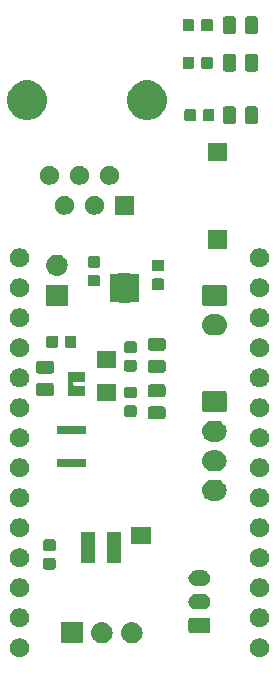
<source format=gbr>
G04 #@! TF.GenerationSoftware,KiCad,Pcbnew,(5.0.1)-rc2*
G04 #@! TF.CreationDate,2019-03-09T00:38:12-07:00*
G04 #@! TF.ProjectId,weatherStation,7765617468657253746174696F6E2E6B,rev?*
G04 #@! TF.SameCoordinates,Original*
G04 #@! TF.FileFunction,Soldermask,Top*
G04 #@! TF.FilePolarity,Negative*
%FSLAX46Y46*%
G04 Gerber Fmt 4.6, Leading zero omitted, Abs format (unit mm)*
G04 Created by KiCad (PCBNEW (5.0.1)-rc2) date 3/9/2019 12:38:12 AM*
%MOMM*%
%LPD*%
G01*
G04 APERTURE LIST*
%ADD10C,0.100000*%
G04 APERTURE END LIST*
D10*
G36*
X115807142Y-105898242D02*
X115955102Y-105959530D01*
X116022130Y-106004317D01*
X116088257Y-106048501D01*
X116201499Y-106161743D01*
X116202191Y-106162779D01*
X116290470Y-106294898D01*
X116351758Y-106442858D01*
X116383000Y-106599925D01*
X116383000Y-106760075D01*
X116351758Y-106917142D01*
X116290470Y-107065102D01*
X116201498Y-107198258D01*
X116088258Y-107311498D01*
X115955102Y-107400470D01*
X115807142Y-107461758D01*
X115650075Y-107493000D01*
X115489925Y-107493000D01*
X115332858Y-107461758D01*
X115184898Y-107400470D01*
X115051742Y-107311498D01*
X114938502Y-107198258D01*
X114849530Y-107065102D01*
X114788242Y-106917142D01*
X114757000Y-106760075D01*
X114757000Y-106599925D01*
X114788242Y-106442858D01*
X114849530Y-106294898D01*
X114937809Y-106162779D01*
X114938501Y-106161743D01*
X115051743Y-106048501D01*
X115117870Y-106004317D01*
X115184898Y-105959530D01*
X115332858Y-105898242D01*
X115489925Y-105867000D01*
X115650075Y-105867000D01*
X115807142Y-105898242D01*
X115807142Y-105898242D01*
G37*
G36*
X95487142Y-105898242D02*
X95635102Y-105959530D01*
X95702130Y-106004317D01*
X95768257Y-106048501D01*
X95881499Y-106161743D01*
X95882191Y-106162779D01*
X95970470Y-106294898D01*
X96031758Y-106442858D01*
X96063000Y-106599925D01*
X96063000Y-106760075D01*
X96031758Y-106917142D01*
X95970470Y-107065102D01*
X95881498Y-107198258D01*
X95768258Y-107311498D01*
X95635102Y-107400470D01*
X95487142Y-107461758D01*
X95330075Y-107493000D01*
X95169925Y-107493000D01*
X95012858Y-107461758D01*
X94864898Y-107400470D01*
X94731742Y-107311498D01*
X94618502Y-107198258D01*
X94529530Y-107065102D01*
X94468242Y-106917142D01*
X94437000Y-106760075D01*
X94437000Y-106599925D01*
X94468242Y-106442858D01*
X94529530Y-106294898D01*
X94617809Y-106162779D01*
X94618501Y-106161743D01*
X94731743Y-106048501D01*
X94797870Y-106004317D01*
X94864898Y-105959530D01*
X95012858Y-105898242D01*
X95169925Y-105867000D01*
X95330075Y-105867000D01*
X95487142Y-105898242D01*
X95487142Y-105898242D01*
G37*
G36*
X102345443Y-104515519D02*
X102411627Y-104522037D01*
X102524853Y-104556384D01*
X102581467Y-104573557D01*
X102720087Y-104647652D01*
X102737991Y-104657222D01*
X102739253Y-104658258D01*
X102875186Y-104769814D01*
X102949584Y-104860470D01*
X102987778Y-104907009D01*
X102987779Y-104907011D01*
X103071443Y-105063533D01*
X103071443Y-105063534D01*
X103122963Y-105233373D01*
X103140359Y-105410000D01*
X103122963Y-105586627D01*
X103088616Y-105699853D01*
X103071443Y-105756467D01*
X103012361Y-105867000D01*
X102987778Y-105912991D01*
X102958448Y-105948729D01*
X102875186Y-106050186D01*
X102773729Y-106133448D01*
X102737991Y-106162778D01*
X102737989Y-106162779D01*
X102581467Y-106246443D01*
X102524853Y-106263616D01*
X102411627Y-106297963D01*
X102345442Y-106304482D01*
X102279260Y-106311000D01*
X102190740Y-106311000D01*
X102124558Y-106304482D01*
X102058373Y-106297963D01*
X101945147Y-106263616D01*
X101888533Y-106246443D01*
X101732011Y-106162779D01*
X101732009Y-106162778D01*
X101696271Y-106133448D01*
X101594814Y-106050186D01*
X101511552Y-105948729D01*
X101482222Y-105912991D01*
X101457639Y-105867000D01*
X101398557Y-105756467D01*
X101381384Y-105699853D01*
X101347037Y-105586627D01*
X101329641Y-105410000D01*
X101347037Y-105233373D01*
X101398557Y-105063534D01*
X101398557Y-105063533D01*
X101482221Y-104907011D01*
X101482222Y-104907009D01*
X101520416Y-104860470D01*
X101594814Y-104769814D01*
X101730747Y-104658258D01*
X101732009Y-104657222D01*
X101749913Y-104647652D01*
X101888533Y-104573557D01*
X101945147Y-104556384D01*
X102058373Y-104522037D01*
X102124557Y-104515519D01*
X102190740Y-104509000D01*
X102279260Y-104509000D01*
X102345443Y-104515519D01*
X102345443Y-104515519D01*
G37*
G36*
X104885443Y-104515519D02*
X104951627Y-104522037D01*
X105064853Y-104556384D01*
X105121467Y-104573557D01*
X105260087Y-104647652D01*
X105277991Y-104657222D01*
X105279253Y-104658258D01*
X105415186Y-104769814D01*
X105489584Y-104860470D01*
X105527778Y-104907009D01*
X105527779Y-104907011D01*
X105611443Y-105063533D01*
X105611443Y-105063534D01*
X105662963Y-105233373D01*
X105680359Y-105410000D01*
X105662963Y-105586627D01*
X105628616Y-105699853D01*
X105611443Y-105756467D01*
X105552361Y-105867000D01*
X105527778Y-105912991D01*
X105498448Y-105948729D01*
X105415186Y-106050186D01*
X105313729Y-106133448D01*
X105277991Y-106162778D01*
X105277989Y-106162779D01*
X105121467Y-106246443D01*
X105064853Y-106263616D01*
X104951627Y-106297963D01*
X104885442Y-106304482D01*
X104819260Y-106311000D01*
X104730740Y-106311000D01*
X104664558Y-106304482D01*
X104598373Y-106297963D01*
X104485147Y-106263616D01*
X104428533Y-106246443D01*
X104272011Y-106162779D01*
X104272009Y-106162778D01*
X104236271Y-106133448D01*
X104134814Y-106050186D01*
X104051552Y-105948729D01*
X104022222Y-105912991D01*
X103997639Y-105867000D01*
X103938557Y-105756467D01*
X103921384Y-105699853D01*
X103887037Y-105586627D01*
X103869641Y-105410000D01*
X103887037Y-105233373D01*
X103938557Y-105063534D01*
X103938557Y-105063533D01*
X104022221Y-104907011D01*
X104022222Y-104907009D01*
X104060416Y-104860470D01*
X104134814Y-104769814D01*
X104270747Y-104658258D01*
X104272009Y-104657222D01*
X104289913Y-104647652D01*
X104428533Y-104573557D01*
X104485147Y-104556384D01*
X104598373Y-104522037D01*
X104664557Y-104515519D01*
X104730740Y-104509000D01*
X104819260Y-104509000D01*
X104885443Y-104515519D01*
X104885443Y-104515519D01*
G37*
G36*
X100596000Y-106311000D02*
X98794000Y-106311000D01*
X98794000Y-104509000D01*
X100596000Y-104509000D01*
X100596000Y-106311000D01*
X100596000Y-106311000D01*
G37*
G36*
X111256242Y-104128404D02*
X111293339Y-104139657D01*
X111327520Y-104157927D01*
X111357482Y-104182518D01*
X111382073Y-104212480D01*
X111400343Y-104246661D01*
X111411596Y-104283758D01*
X111416000Y-104328473D01*
X111416000Y-105221527D01*
X111411596Y-105266242D01*
X111400343Y-105303339D01*
X111382073Y-105337520D01*
X111357482Y-105367482D01*
X111327520Y-105392073D01*
X111293339Y-105410343D01*
X111256242Y-105421596D01*
X111211527Y-105426000D01*
X109768473Y-105426000D01*
X109723758Y-105421596D01*
X109686661Y-105410343D01*
X109652480Y-105392073D01*
X109622518Y-105367482D01*
X109597927Y-105337520D01*
X109579657Y-105303339D01*
X109568404Y-105266242D01*
X109564000Y-105221527D01*
X109564000Y-104328473D01*
X109568404Y-104283758D01*
X109579657Y-104246661D01*
X109597927Y-104212480D01*
X109622518Y-104182518D01*
X109652480Y-104157927D01*
X109686661Y-104139657D01*
X109723758Y-104128404D01*
X109768473Y-104124000D01*
X111211527Y-104124000D01*
X111256242Y-104128404D01*
X111256242Y-104128404D01*
G37*
G36*
X95487142Y-103358242D02*
X95538112Y-103379355D01*
X95627981Y-103416580D01*
X95635102Y-103419530D01*
X95768258Y-103508502D01*
X95881498Y-103621742D01*
X95970470Y-103754898D01*
X96031758Y-103902858D01*
X96063000Y-104059925D01*
X96063000Y-104220075D01*
X96031758Y-104377142D01*
X95984354Y-104491583D01*
X95970471Y-104525100D01*
X95882191Y-104657222D01*
X95881498Y-104658258D01*
X95768258Y-104771498D01*
X95635102Y-104860470D01*
X95487142Y-104921758D01*
X95330075Y-104953000D01*
X95169925Y-104953000D01*
X95012858Y-104921758D01*
X94864898Y-104860470D01*
X94731742Y-104771498D01*
X94618502Y-104658258D01*
X94617810Y-104657222D01*
X94529529Y-104525100D01*
X94515646Y-104491583D01*
X94468242Y-104377142D01*
X94437000Y-104220075D01*
X94437000Y-104059925D01*
X94468242Y-103902858D01*
X94529530Y-103754898D01*
X94618502Y-103621742D01*
X94731742Y-103508502D01*
X94864898Y-103419530D01*
X94872020Y-103416580D01*
X94961888Y-103379355D01*
X95012858Y-103358242D01*
X95169925Y-103327000D01*
X95330075Y-103327000D01*
X95487142Y-103358242D01*
X95487142Y-103358242D01*
G37*
G36*
X115807142Y-103358242D02*
X115858112Y-103379355D01*
X115947981Y-103416580D01*
X115955102Y-103419530D01*
X116088258Y-103508502D01*
X116201498Y-103621742D01*
X116290470Y-103754898D01*
X116351758Y-103902858D01*
X116383000Y-104059925D01*
X116383000Y-104220075D01*
X116351758Y-104377142D01*
X116304354Y-104491583D01*
X116290471Y-104525100D01*
X116202191Y-104657222D01*
X116201498Y-104658258D01*
X116088258Y-104771498D01*
X115955102Y-104860470D01*
X115807142Y-104921758D01*
X115650075Y-104953000D01*
X115489925Y-104953000D01*
X115332858Y-104921758D01*
X115184898Y-104860470D01*
X115051742Y-104771498D01*
X114938502Y-104658258D01*
X114937810Y-104657222D01*
X114849529Y-104525100D01*
X114835646Y-104491583D01*
X114788242Y-104377142D01*
X114757000Y-104220075D01*
X114757000Y-104059925D01*
X114788242Y-103902858D01*
X114849530Y-103754898D01*
X114938502Y-103621742D01*
X115051742Y-103508502D01*
X115184898Y-103419530D01*
X115192020Y-103416580D01*
X115281888Y-103379355D01*
X115332858Y-103358242D01*
X115489925Y-103327000D01*
X115650075Y-103327000D01*
X115807142Y-103358242D01*
X115807142Y-103358242D01*
G37*
G36*
X110828855Y-102127140D02*
X110892618Y-102133420D01*
X110974427Y-102158237D01*
X111015333Y-102170645D01*
X111115491Y-102224181D01*
X111128426Y-102231095D01*
X111227553Y-102312447D01*
X111308905Y-102411574D01*
X111308906Y-102411576D01*
X111369355Y-102524667D01*
X111369355Y-102524668D01*
X111406580Y-102647382D01*
X111419149Y-102775000D01*
X111406580Y-102902618D01*
X111381763Y-102984427D01*
X111369355Y-103025333D01*
X111315819Y-103125491D01*
X111308905Y-103138426D01*
X111227553Y-103237553D01*
X111128426Y-103318905D01*
X111128424Y-103318906D01*
X111015333Y-103379355D01*
X110974427Y-103391763D01*
X110892618Y-103416580D01*
X110828855Y-103422860D01*
X110796974Y-103426000D01*
X110183026Y-103426000D01*
X110151145Y-103422860D01*
X110087382Y-103416580D01*
X110005573Y-103391763D01*
X109964667Y-103379355D01*
X109851576Y-103318906D01*
X109851574Y-103318905D01*
X109752447Y-103237553D01*
X109671095Y-103138426D01*
X109664181Y-103125491D01*
X109610645Y-103025333D01*
X109598237Y-102984427D01*
X109573420Y-102902618D01*
X109560851Y-102775000D01*
X109573420Y-102647382D01*
X109610645Y-102524668D01*
X109610645Y-102524667D01*
X109671094Y-102411576D01*
X109671095Y-102411574D01*
X109752447Y-102312447D01*
X109851574Y-102231095D01*
X109864509Y-102224181D01*
X109964667Y-102170645D01*
X110005573Y-102158237D01*
X110087382Y-102133420D01*
X110151145Y-102127140D01*
X110183026Y-102124000D01*
X110796974Y-102124000D01*
X110828855Y-102127140D01*
X110828855Y-102127140D01*
G37*
G36*
X115807142Y-100818242D02*
X115955102Y-100879530D01*
X116088258Y-100968502D01*
X116201498Y-101081742D01*
X116290470Y-101214898D01*
X116351758Y-101362858D01*
X116383000Y-101519925D01*
X116383000Y-101680075D01*
X116351758Y-101837142D01*
X116290470Y-101985102D01*
X116201498Y-102118258D01*
X116088258Y-102231498D01*
X115955102Y-102320470D01*
X115807142Y-102381758D01*
X115650075Y-102413000D01*
X115489925Y-102413000D01*
X115332858Y-102381758D01*
X115184898Y-102320470D01*
X115051742Y-102231498D01*
X114938502Y-102118258D01*
X114849530Y-101985102D01*
X114788242Y-101837142D01*
X114757000Y-101680075D01*
X114757000Y-101519925D01*
X114788242Y-101362858D01*
X114849530Y-101214898D01*
X114938502Y-101081742D01*
X115051742Y-100968502D01*
X115184898Y-100879530D01*
X115332858Y-100818242D01*
X115489925Y-100787000D01*
X115650075Y-100787000D01*
X115807142Y-100818242D01*
X115807142Y-100818242D01*
G37*
G36*
X95487142Y-100818242D02*
X95635102Y-100879530D01*
X95768258Y-100968502D01*
X95881498Y-101081742D01*
X95970470Y-101214898D01*
X96031758Y-101362858D01*
X96063000Y-101519925D01*
X96063000Y-101680075D01*
X96031758Y-101837142D01*
X95970470Y-101985102D01*
X95881498Y-102118258D01*
X95768258Y-102231498D01*
X95635102Y-102320470D01*
X95487142Y-102381758D01*
X95330075Y-102413000D01*
X95169925Y-102413000D01*
X95012858Y-102381758D01*
X94864898Y-102320470D01*
X94731742Y-102231498D01*
X94618502Y-102118258D01*
X94529530Y-101985102D01*
X94468242Y-101837142D01*
X94437000Y-101680075D01*
X94437000Y-101519925D01*
X94468242Y-101362858D01*
X94529530Y-101214898D01*
X94618502Y-101081742D01*
X94731742Y-100968502D01*
X94864898Y-100879530D01*
X95012858Y-100818242D01*
X95169925Y-100787000D01*
X95330075Y-100787000D01*
X95487142Y-100818242D01*
X95487142Y-100818242D01*
G37*
G36*
X110828855Y-100127140D02*
X110892618Y-100133420D01*
X110974427Y-100158237D01*
X111015333Y-100170645D01*
X111115491Y-100224181D01*
X111128426Y-100231095D01*
X111227553Y-100312447D01*
X111308905Y-100411574D01*
X111308906Y-100411576D01*
X111369355Y-100524667D01*
X111369355Y-100524668D01*
X111406580Y-100647382D01*
X111419149Y-100775000D01*
X111406580Y-100902618D01*
X111386594Y-100968502D01*
X111369355Y-101025333D01*
X111339203Y-101081742D01*
X111308905Y-101138426D01*
X111227553Y-101237553D01*
X111128426Y-101318905D01*
X111128424Y-101318906D01*
X111015333Y-101379355D01*
X110974427Y-101391763D01*
X110892618Y-101416580D01*
X110828855Y-101422860D01*
X110796974Y-101426000D01*
X110183026Y-101426000D01*
X110151145Y-101422860D01*
X110087382Y-101416580D01*
X110005573Y-101391763D01*
X109964667Y-101379355D01*
X109851576Y-101318906D01*
X109851574Y-101318905D01*
X109752447Y-101237553D01*
X109671095Y-101138426D01*
X109640797Y-101081742D01*
X109610645Y-101025333D01*
X109593406Y-100968502D01*
X109573420Y-100902618D01*
X109560851Y-100775000D01*
X109573420Y-100647382D01*
X109610645Y-100524668D01*
X109610645Y-100524667D01*
X109671094Y-100411576D01*
X109671095Y-100411574D01*
X109752447Y-100312447D01*
X109851574Y-100231095D01*
X109864509Y-100224181D01*
X109964667Y-100170645D01*
X110005573Y-100158237D01*
X110087382Y-100133420D01*
X110151145Y-100127140D01*
X110183026Y-100124000D01*
X110796974Y-100124000D01*
X110828855Y-100127140D01*
X110828855Y-100127140D01*
G37*
G36*
X98169591Y-99083585D02*
X98203569Y-99093893D01*
X98234887Y-99110633D01*
X98262339Y-99133161D01*
X98284867Y-99160613D01*
X98301607Y-99191931D01*
X98311915Y-99225909D01*
X98316000Y-99267390D01*
X98316000Y-99868610D01*
X98311915Y-99910091D01*
X98301607Y-99944069D01*
X98284867Y-99975387D01*
X98262339Y-100002839D01*
X98234887Y-100025367D01*
X98203569Y-100042107D01*
X98169591Y-100052415D01*
X98128110Y-100056500D01*
X97451890Y-100056500D01*
X97410409Y-100052415D01*
X97376431Y-100042107D01*
X97345113Y-100025367D01*
X97317661Y-100002839D01*
X97295133Y-99975387D01*
X97278393Y-99944069D01*
X97268085Y-99910091D01*
X97264000Y-99868610D01*
X97264000Y-99267390D01*
X97268085Y-99225909D01*
X97278393Y-99191931D01*
X97295133Y-99160613D01*
X97317661Y-99133161D01*
X97345113Y-99110633D01*
X97376431Y-99093893D01*
X97410409Y-99083585D01*
X97451890Y-99079500D01*
X98128110Y-99079500D01*
X98169591Y-99083585D01*
X98169591Y-99083585D01*
G37*
G36*
X95487142Y-98278242D02*
X95601583Y-98325646D01*
X95624386Y-98335091D01*
X95635102Y-98339530D01*
X95702130Y-98384317D01*
X95768257Y-98428501D01*
X95881499Y-98541743D01*
X95925683Y-98607870D01*
X95970470Y-98674898D01*
X96031758Y-98822858D01*
X96063000Y-98979925D01*
X96063000Y-99140075D01*
X96031758Y-99297142D01*
X95970470Y-99445102D01*
X95881498Y-99578258D01*
X95768258Y-99691498D01*
X95635102Y-99780470D01*
X95487142Y-99841758D01*
X95330075Y-99873000D01*
X95169925Y-99873000D01*
X95012858Y-99841758D01*
X94864898Y-99780470D01*
X94731742Y-99691498D01*
X94618502Y-99578258D01*
X94529530Y-99445102D01*
X94468242Y-99297142D01*
X94437000Y-99140075D01*
X94437000Y-98979925D01*
X94468242Y-98822858D01*
X94529530Y-98674898D01*
X94574317Y-98607870D01*
X94618501Y-98541743D01*
X94731743Y-98428501D01*
X94797870Y-98384317D01*
X94864898Y-98339530D01*
X94875615Y-98335091D01*
X94898417Y-98325646D01*
X95012858Y-98278242D01*
X95169925Y-98247000D01*
X95330075Y-98247000D01*
X95487142Y-98278242D01*
X95487142Y-98278242D01*
G37*
G36*
X115807142Y-98278242D02*
X115921583Y-98325646D01*
X115944386Y-98335091D01*
X115955102Y-98339530D01*
X116022130Y-98384317D01*
X116088257Y-98428501D01*
X116201499Y-98541743D01*
X116245683Y-98607870D01*
X116290470Y-98674898D01*
X116351758Y-98822858D01*
X116383000Y-98979925D01*
X116383000Y-99140075D01*
X116351758Y-99297142D01*
X116290470Y-99445102D01*
X116201498Y-99578258D01*
X116088258Y-99691498D01*
X115955102Y-99780470D01*
X115807142Y-99841758D01*
X115650075Y-99873000D01*
X115489925Y-99873000D01*
X115332858Y-99841758D01*
X115184898Y-99780470D01*
X115051742Y-99691498D01*
X114938502Y-99578258D01*
X114849530Y-99445102D01*
X114788242Y-99297142D01*
X114757000Y-99140075D01*
X114757000Y-98979925D01*
X114788242Y-98822858D01*
X114849530Y-98674898D01*
X114894317Y-98607870D01*
X114938501Y-98541743D01*
X115051743Y-98428501D01*
X115117870Y-98384317D01*
X115184898Y-98339530D01*
X115195615Y-98335091D01*
X115218417Y-98325646D01*
X115332858Y-98278242D01*
X115489925Y-98247000D01*
X115650075Y-98247000D01*
X115807142Y-98278242D01*
X115807142Y-98278242D01*
G37*
G36*
X103832000Y-99497000D02*
X102670000Y-99497000D01*
X102670000Y-96845000D01*
X103832000Y-96845000D01*
X103832000Y-99497000D01*
X103832000Y-99497000D01*
G37*
G36*
X101632000Y-99497000D02*
X100470000Y-99497000D01*
X100470000Y-96845000D01*
X101632000Y-96845000D01*
X101632000Y-99497000D01*
X101632000Y-99497000D01*
G37*
G36*
X98169591Y-97508585D02*
X98203569Y-97518893D01*
X98234887Y-97535633D01*
X98262339Y-97558161D01*
X98284867Y-97585613D01*
X98301607Y-97616931D01*
X98311915Y-97650909D01*
X98316000Y-97692390D01*
X98316000Y-98293610D01*
X98311915Y-98335091D01*
X98301607Y-98369069D01*
X98284867Y-98400387D01*
X98262339Y-98427839D01*
X98234887Y-98450367D01*
X98203569Y-98467107D01*
X98169591Y-98477415D01*
X98128110Y-98481500D01*
X97451890Y-98481500D01*
X97410409Y-98477415D01*
X97376431Y-98467107D01*
X97345113Y-98450367D01*
X97317661Y-98427839D01*
X97295133Y-98400387D01*
X97278393Y-98369069D01*
X97268085Y-98335091D01*
X97264000Y-98293610D01*
X97264000Y-97692390D01*
X97268085Y-97650909D01*
X97278393Y-97616931D01*
X97295133Y-97585613D01*
X97317661Y-97558161D01*
X97345113Y-97535633D01*
X97376431Y-97518893D01*
X97410409Y-97508585D01*
X97451890Y-97504500D01*
X98128110Y-97504500D01*
X98169591Y-97508585D01*
X98169591Y-97508585D01*
G37*
G36*
X106387900Y-97891600D02*
X104736900Y-97891600D01*
X104736900Y-96418400D01*
X106387900Y-96418400D01*
X106387900Y-97891600D01*
X106387900Y-97891600D01*
G37*
G36*
X115807142Y-95738242D02*
X115955102Y-95799530D01*
X116088258Y-95888502D01*
X116201498Y-96001742D01*
X116290470Y-96134898D01*
X116351758Y-96282858D01*
X116383000Y-96439925D01*
X116383000Y-96600075D01*
X116351758Y-96757142D01*
X116290470Y-96905102D01*
X116201498Y-97038258D01*
X116088258Y-97151498D01*
X115955102Y-97240470D01*
X115807142Y-97301758D01*
X115650075Y-97333000D01*
X115489925Y-97333000D01*
X115332858Y-97301758D01*
X115184898Y-97240470D01*
X115051742Y-97151498D01*
X114938502Y-97038258D01*
X114849530Y-96905102D01*
X114788242Y-96757142D01*
X114757000Y-96600075D01*
X114757000Y-96439925D01*
X114788242Y-96282858D01*
X114849530Y-96134898D01*
X114938502Y-96001742D01*
X115051742Y-95888502D01*
X115184898Y-95799530D01*
X115332858Y-95738242D01*
X115489925Y-95707000D01*
X115650075Y-95707000D01*
X115807142Y-95738242D01*
X115807142Y-95738242D01*
G37*
G36*
X95487142Y-95738242D02*
X95635102Y-95799530D01*
X95768258Y-95888502D01*
X95881498Y-96001742D01*
X95970470Y-96134898D01*
X96031758Y-96282858D01*
X96063000Y-96439925D01*
X96063000Y-96600075D01*
X96031758Y-96757142D01*
X95970470Y-96905102D01*
X95881498Y-97038258D01*
X95768258Y-97151498D01*
X95635102Y-97240470D01*
X95487142Y-97301758D01*
X95330075Y-97333000D01*
X95169925Y-97333000D01*
X95012858Y-97301758D01*
X94864898Y-97240470D01*
X94731742Y-97151498D01*
X94618502Y-97038258D01*
X94529530Y-96905102D01*
X94468242Y-96757142D01*
X94437000Y-96600075D01*
X94437000Y-96439925D01*
X94468242Y-96282858D01*
X94529530Y-96134898D01*
X94618502Y-96001742D01*
X94731742Y-95888502D01*
X94864898Y-95799530D01*
X95012858Y-95738242D01*
X95169925Y-95707000D01*
X95330075Y-95707000D01*
X95487142Y-95738242D01*
X95487142Y-95738242D01*
G37*
G36*
X115807142Y-93198242D02*
X115955102Y-93259530D01*
X116088258Y-93348502D01*
X116201498Y-93461742D01*
X116290470Y-93594898D01*
X116351758Y-93742858D01*
X116383000Y-93899925D01*
X116383000Y-94060075D01*
X116351758Y-94217142D01*
X116290470Y-94365102D01*
X116201498Y-94498258D01*
X116088258Y-94611498D01*
X115955102Y-94700470D01*
X115807142Y-94761758D01*
X115650075Y-94793000D01*
X115489925Y-94793000D01*
X115332858Y-94761758D01*
X115184898Y-94700470D01*
X115051742Y-94611498D01*
X114938502Y-94498258D01*
X114849530Y-94365102D01*
X114788242Y-94217142D01*
X114757000Y-94060075D01*
X114757000Y-93899925D01*
X114788242Y-93742858D01*
X114849530Y-93594898D01*
X114938502Y-93461742D01*
X115051742Y-93348502D01*
X115184898Y-93259530D01*
X115332858Y-93198242D01*
X115489925Y-93167000D01*
X115650075Y-93167000D01*
X115807142Y-93198242D01*
X115807142Y-93198242D01*
G37*
G36*
X95487142Y-93198242D02*
X95635102Y-93259530D01*
X95768258Y-93348502D01*
X95881498Y-93461742D01*
X95970470Y-93594898D01*
X96031758Y-93742858D01*
X96063000Y-93899925D01*
X96063000Y-94060075D01*
X96031758Y-94217142D01*
X95970470Y-94365102D01*
X95881498Y-94498258D01*
X95768258Y-94611498D01*
X95635102Y-94700470D01*
X95487142Y-94761758D01*
X95330075Y-94793000D01*
X95169925Y-94793000D01*
X95012858Y-94761758D01*
X94864898Y-94700470D01*
X94731742Y-94611498D01*
X94618502Y-94498258D01*
X94529530Y-94365102D01*
X94468242Y-94217142D01*
X94437000Y-94060075D01*
X94437000Y-93899925D01*
X94468242Y-93742858D01*
X94529530Y-93594898D01*
X94618502Y-93461742D01*
X94731742Y-93348502D01*
X94864898Y-93259530D01*
X95012858Y-93198242D01*
X95169925Y-93167000D01*
X95330075Y-93167000D01*
X95487142Y-93198242D01*
X95487142Y-93198242D01*
G37*
G36*
X111995443Y-92450519D02*
X112061627Y-92457037D01*
X112174853Y-92491384D01*
X112231467Y-92508557D01*
X112370087Y-92582652D01*
X112387991Y-92592222D01*
X112423729Y-92621552D01*
X112525186Y-92704814D01*
X112608448Y-92806271D01*
X112637778Y-92842009D01*
X112637779Y-92842011D01*
X112721443Y-92998533D01*
X112721443Y-92998534D01*
X112772963Y-93168373D01*
X112790359Y-93345000D01*
X112772963Y-93521627D01*
X112750736Y-93594900D01*
X112721443Y-93691467D01*
X112647348Y-93830087D01*
X112637778Y-93847991D01*
X112608448Y-93883729D01*
X112525186Y-93985186D01*
X112433933Y-94060074D01*
X112387991Y-94097778D01*
X112387989Y-94097779D01*
X112231467Y-94181443D01*
X112174853Y-94198616D01*
X112061627Y-94232963D01*
X111995443Y-94239481D01*
X111929260Y-94246000D01*
X111590740Y-94246000D01*
X111524557Y-94239481D01*
X111458373Y-94232963D01*
X111345147Y-94198616D01*
X111288533Y-94181443D01*
X111132011Y-94097779D01*
X111132009Y-94097778D01*
X111086067Y-94060074D01*
X110994814Y-93985186D01*
X110911552Y-93883729D01*
X110882222Y-93847991D01*
X110872652Y-93830087D01*
X110798557Y-93691467D01*
X110769264Y-93594900D01*
X110747037Y-93521627D01*
X110729641Y-93345000D01*
X110747037Y-93168373D01*
X110798557Y-92998534D01*
X110798557Y-92998533D01*
X110882221Y-92842011D01*
X110882222Y-92842009D01*
X110911552Y-92806271D01*
X110994814Y-92704814D01*
X111096271Y-92621552D01*
X111132009Y-92592222D01*
X111149913Y-92582652D01*
X111288533Y-92508557D01*
X111345147Y-92491384D01*
X111458373Y-92457037D01*
X111524557Y-92450519D01*
X111590740Y-92444000D01*
X111929260Y-92444000D01*
X111995443Y-92450519D01*
X111995443Y-92450519D01*
G37*
G36*
X115807142Y-90658242D02*
X115955102Y-90719530D01*
X116088258Y-90808502D01*
X116201498Y-90921742D01*
X116290470Y-91054898D01*
X116351758Y-91202858D01*
X116383000Y-91359925D01*
X116383000Y-91520075D01*
X116351758Y-91677142D01*
X116290470Y-91825102D01*
X116201498Y-91958258D01*
X116088258Y-92071498D01*
X115955102Y-92160470D01*
X115807142Y-92221758D01*
X115650075Y-92253000D01*
X115489925Y-92253000D01*
X115332858Y-92221758D01*
X115184898Y-92160470D01*
X115051742Y-92071498D01*
X114938502Y-91958258D01*
X114849530Y-91825102D01*
X114788242Y-91677142D01*
X114757000Y-91520075D01*
X114757000Y-91359925D01*
X114788242Y-91202858D01*
X114849530Y-91054898D01*
X114938502Y-90921742D01*
X115051742Y-90808502D01*
X115184898Y-90719530D01*
X115332858Y-90658242D01*
X115489925Y-90627000D01*
X115650075Y-90627000D01*
X115807142Y-90658242D01*
X115807142Y-90658242D01*
G37*
G36*
X95487142Y-90658242D02*
X95635102Y-90719530D01*
X95768258Y-90808502D01*
X95881498Y-90921742D01*
X95970470Y-91054898D01*
X96031758Y-91202858D01*
X96063000Y-91359925D01*
X96063000Y-91520075D01*
X96031758Y-91677142D01*
X95970470Y-91825102D01*
X95881498Y-91958258D01*
X95768258Y-92071498D01*
X95635102Y-92160470D01*
X95487142Y-92221758D01*
X95330075Y-92253000D01*
X95169925Y-92253000D01*
X95012858Y-92221758D01*
X94864898Y-92160470D01*
X94731742Y-92071498D01*
X94618502Y-91958258D01*
X94529530Y-91825102D01*
X94468242Y-91677142D01*
X94437000Y-91520075D01*
X94437000Y-91359925D01*
X94468242Y-91202858D01*
X94529530Y-91054898D01*
X94618502Y-90921742D01*
X94731742Y-90808502D01*
X94864898Y-90719530D01*
X95012858Y-90658242D01*
X95169925Y-90627000D01*
X95330075Y-90627000D01*
X95487142Y-90658242D01*
X95487142Y-90658242D01*
G37*
G36*
X111995443Y-89950519D02*
X112061627Y-89957037D01*
X112174853Y-89991384D01*
X112231467Y-90008557D01*
X112370087Y-90082652D01*
X112387991Y-90092222D01*
X112423729Y-90121552D01*
X112525186Y-90204814D01*
X112608448Y-90306271D01*
X112637778Y-90342009D01*
X112637779Y-90342011D01*
X112721443Y-90498533D01*
X112721443Y-90498534D01*
X112772963Y-90668373D01*
X112790359Y-90845000D01*
X112772963Y-91021627D01*
X112738616Y-91134853D01*
X112721443Y-91191467D01*
X112715354Y-91202858D01*
X112637778Y-91347991D01*
X112627984Y-91359925D01*
X112525186Y-91485186D01*
X112423729Y-91568448D01*
X112387991Y-91597778D01*
X112387989Y-91597779D01*
X112231467Y-91681443D01*
X112174853Y-91698616D01*
X112061627Y-91732963D01*
X111995443Y-91739481D01*
X111929260Y-91746000D01*
X111590740Y-91746000D01*
X111524557Y-91739481D01*
X111458373Y-91732963D01*
X111345147Y-91698616D01*
X111288533Y-91681443D01*
X111132011Y-91597779D01*
X111132009Y-91597778D01*
X111096271Y-91568448D01*
X110994814Y-91485186D01*
X110892016Y-91359925D01*
X110882222Y-91347991D01*
X110804646Y-91202858D01*
X110798557Y-91191467D01*
X110781384Y-91134853D01*
X110747037Y-91021627D01*
X110729641Y-90845000D01*
X110747037Y-90668373D01*
X110798557Y-90498534D01*
X110798557Y-90498533D01*
X110882221Y-90342011D01*
X110882222Y-90342009D01*
X110911552Y-90306271D01*
X110994814Y-90204814D01*
X111096271Y-90121552D01*
X111132009Y-90092222D01*
X111149913Y-90082652D01*
X111288533Y-90008557D01*
X111345147Y-89991384D01*
X111458373Y-89957037D01*
X111524557Y-89950519D01*
X111590740Y-89944000D01*
X111929260Y-89944000D01*
X111995443Y-89950519D01*
X111995443Y-89950519D01*
G37*
G36*
X100921000Y-91413000D02*
X98469000Y-91413000D01*
X98469000Y-90711000D01*
X100921000Y-90711000D01*
X100921000Y-91413000D01*
X100921000Y-91413000D01*
G37*
G36*
X95487142Y-88118242D02*
X95635102Y-88179530D01*
X95702130Y-88224317D01*
X95768257Y-88268501D01*
X95881499Y-88381743D01*
X95970471Y-88514900D01*
X95973257Y-88521627D01*
X96031758Y-88662858D01*
X96063000Y-88819925D01*
X96063000Y-88980075D01*
X96031758Y-89137142D01*
X95970470Y-89285102D01*
X95881498Y-89418258D01*
X95768258Y-89531498D01*
X95635102Y-89620470D01*
X95487142Y-89681758D01*
X95330075Y-89713000D01*
X95169925Y-89713000D01*
X95012858Y-89681758D01*
X94864898Y-89620470D01*
X94731742Y-89531498D01*
X94618502Y-89418258D01*
X94529530Y-89285102D01*
X94468242Y-89137142D01*
X94437000Y-88980075D01*
X94437000Y-88819925D01*
X94468242Y-88662858D01*
X94526743Y-88521627D01*
X94529529Y-88514900D01*
X94618501Y-88381743D01*
X94731743Y-88268501D01*
X94797870Y-88224317D01*
X94864898Y-88179530D01*
X95012858Y-88118242D01*
X95169925Y-88087000D01*
X95330075Y-88087000D01*
X95487142Y-88118242D01*
X95487142Y-88118242D01*
G37*
G36*
X115807142Y-88118242D02*
X115955102Y-88179530D01*
X116022130Y-88224317D01*
X116088257Y-88268501D01*
X116201499Y-88381743D01*
X116290471Y-88514900D01*
X116293257Y-88521627D01*
X116351758Y-88662858D01*
X116383000Y-88819925D01*
X116383000Y-88980075D01*
X116351758Y-89137142D01*
X116290470Y-89285102D01*
X116201498Y-89418258D01*
X116088258Y-89531498D01*
X115955102Y-89620470D01*
X115807142Y-89681758D01*
X115650075Y-89713000D01*
X115489925Y-89713000D01*
X115332858Y-89681758D01*
X115184898Y-89620470D01*
X115051742Y-89531498D01*
X114938502Y-89418258D01*
X114849530Y-89285102D01*
X114788242Y-89137142D01*
X114757000Y-88980075D01*
X114757000Y-88819925D01*
X114788242Y-88662858D01*
X114846743Y-88521627D01*
X114849529Y-88514900D01*
X114938501Y-88381743D01*
X115051743Y-88268501D01*
X115117870Y-88224317D01*
X115184898Y-88179530D01*
X115332858Y-88118242D01*
X115489925Y-88087000D01*
X115650075Y-88087000D01*
X115807142Y-88118242D01*
X115807142Y-88118242D01*
G37*
G36*
X111995443Y-87450519D02*
X112061627Y-87457037D01*
X112174853Y-87491384D01*
X112231467Y-87508557D01*
X112370087Y-87582652D01*
X112387991Y-87592222D01*
X112423729Y-87621552D01*
X112525186Y-87704814D01*
X112608448Y-87806271D01*
X112637778Y-87842009D01*
X112637779Y-87842011D01*
X112721443Y-87998533D01*
X112721443Y-87998534D01*
X112772963Y-88168373D01*
X112790359Y-88345000D01*
X112772963Y-88521627D01*
X112745245Y-88613000D01*
X112721443Y-88691467D01*
X112652780Y-88819925D01*
X112637778Y-88847991D01*
X112608448Y-88883729D01*
X112525186Y-88985186D01*
X112423729Y-89068448D01*
X112387991Y-89097778D01*
X112387989Y-89097779D01*
X112231467Y-89181443D01*
X112174853Y-89198616D01*
X112061627Y-89232963D01*
X111995442Y-89239482D01*
X111929260Y-89246000D01*
X111590740Y-89246000D01*
X111524558Y-89239482D01*
X111458373Y-89232963D01*
X111345147Y-89198616D01*
X111288533Y-89181443D01*
X111132011Y-89097779D01*
X111132009Y-89097778D01*
X111096271Y-89068448D01*
X110994814Y-88985186D01*
X110911552Y-88883729D01*
X110882222Y-88847991D01*
X110867220Y-88819925D01*
X110798557Y-88691467D01*
X110774755Y-88613000D01*
X110747037Y-88521627D01*
X110729641Y-88345000D01*
X110747037Y-88168373D01*
X110798557Y-87998534D01*
X110798557Y-87998533D01*
X110882221Y-87842011D01*
X110882222Y-87842009D01*
X110911552Y-87806271D01*
X110994814Y-87704814D01*
X111096271Y-87621552D01*
X111132009Y-87592222D01*
X111149913Y-87582652D01*
X111288533Y-87508557D01*
X111345147Y-87491384D01*
X111458373Y-87457037D01*
X111524557Y-87450519D01*
X111590740Y-87444000D01*
X111929260Y-87444000D01*
X111995443Y-87450519D01*
X111995443Y-87450519D01*
G37*
G36*
X100921000Y-88613000D02*
X98469000Y-88613000D01*
X98469000Y-87911000D01*
X100921000Y-87911000D01*
X100921000Y-88613000D01*
X100921000Y-88613000D01*
G37*
G36*
X107452465Y-86255565D02*
X107491136Y-86267296D01*
X107526778Y-86286348D01*
X107558016Y-86311983D01*
X107583651Y-86343221D01*
X107602703Y-86378863D01*
X107614434Y-86417534D01*
X107618999Y-86463888D01*
X107618999Y-87115112D01*
X107614434Y-87161466D01*
X107602703Y-87200137D01*
X107583651Y-87235779D01*
X107558016Y-87267017D01*
X107526778Y-87292652D01*
X107491136Y-87311704D01*
X107452465Y-87323435D01*
X107406111Y-87328000D01*
X106329887Y-87328000D01*
X106283533Y-87323435D01*
X106244862Y-87311704D01*
X106209220Y-87292652D01*
X106177982Y-87267017D01*
X106152347Y-87235779D01*
X106133295Y-87200137D01*
X106121564Y-87161466D01*
X106116999Y-87115112D01*
X106116999Y-86463888D01*
X106121564Y-86417534D01*
X106133295Y-86378863D01*
X106152347Y-86343221D01*
X106177982Y-86311983D01*
X106209220Y-86286348D01*
X106244862Y-86267296D01*
X106283533Y-86255565D01*
X106329887Y-86251000D01*
X107406111Y-86251000D01*
X107452465Y-86255565D01*
X107452465Y-86255565D01*
G37*
G36*
X95487142Y-85578242D02*
X95635102Y-85639530D01*
X95768258Y-85728502D01*
X95881498Y-85841742D01*
X95970470Y-85974898D01*
X96031758Y-86122858D01*
X96063000Y-86279925D01*
X96063000Y-86440075D01*
X96031758Y-86597142D01*
X95984354Y-86711583D01*
X95971751Y-86742011D01*
X95970470Y-86745102D01*
X95881498Y-86878258D01*
X95768258Y-86991498D01*
X95635102Y-87080470D01*
X95635101Y-87080471D01*
X95635100Y-87080471D01*
X95601583Y-87094354D01*
X95487142Y-87141758D01*
X95330075Y-87173000D01*
X95169925Y-87173000D01*
X95012858Y-87141758D01*
X94898417Y-87094354D01*
X94864900Y-87080471D01*
X94864899Y-87080471D01*
X94864898Y-87080470D01*
X94731742Y-86991498D01*
X94618502Y-86878258D01*
X94529530Y-86745102D01*
X94528250Y-86742011D01*
X94515646Y-86711583D01*
X94468242Y-86597142D01*
X94437000Y-86440075D01*
X94437000Y-86279925D01*
X94468242Y-86122858D01*
X94529530Y-85974898D01*
X94618502Y-85841742D01*
X94731742Y-85728502D01*
X94864898Y-85639530D01*
X95012858Y-85578242D01*
X95169925Y-85547000D01*
X95330075Y-85547000D01*
X95487142Y-85578242D01*
X95487142Y-85578242D01*
G37*
G36*
X115807142Y-85578242D02*
X115955102Y-85639530D01*
X116088258Y-85728502D01*
X116201498Y-85841742D01*
X116290470Y-85974898D01*
X116351758Y-86122858D01*
X116383000Y-86279925D01*
X116383000Y-86440075D01*
X116351758Y-86597142D01*
X116304354Y-86711583D01*
X116291751Y-86742011D01*
X116290470Y-86745102D01*
X116201498Y-86878258D01*
X116088258Y-86991498D01*
X115955102Y-87080470D01*
X115955101Y-87080471D01*
X115955100Y-87080471D01*
X115921583Y-87094354D01*
X115807142Y-87141758D01*
X115650075Y-87173000D01*
X115489925Y-87173000D01*
X115332858Y-87141758D01*
X115218417Y-87094354D01*
X115184900Y-87080471D01*
X115184899Y-87080471D01*
X115184898Y-87080470D01*
X115051742Y-86991498D01*
X114938502Y-86878258D01*
X114849530Y-86745102D01*
X114848250Y-86742011D01*
X114835646Y-86711583D01*
X114788242Y-86597142D01*
X114757000Y-86440075D01*
X114757000Y-86279925D01*
X114788242Y-86122858D01*
X114849530Y-85974898D01*
X114938502Y-85841742D01*
X115051742Y-85728502D01*
X115184898Y-85639530D01*
X115332858Y-85578242D01*
X115489925Y-85547000D01*
X115650075Y-85547000D01*
X115807142Y-85578242D01*
X115807142Y-85578242D01*
G37*
G36*
X105027591Y-86155085D02*
X105061569Y-86165393D01*
X105092887Y-86182133D01*
X105120339Y-86204661D01*
X105142867Y-86232113D01*
X105159607Y-86263431D01*
X105169915Y-86297409D01*
X105174000Y-86338890D01*
X105174000Y-86940110D01*
X105169915Y-86981591D01*
X105159607Y-87015569D01*
X105142867Y-87046887D01*
X105120339Y-87074339D01*
X105092887Y-87096867D01*
X105061569Y-87113607D01*
X105027591Y-87123915D01*
X104986110Y-87128000D01*
X104309890Y-87128000D01*
X104268409Y-87123915D01*
X104234431Y-87113607D01*
X104203113Y-87096867D01*
X104175661Y-87074339D01*
X104153133Y-87046887D01*
X104136393Y-87015569D01*
X104126085Y-86981591D01*
X104122000Y-86940110D01*
X104122000Y-86338890D01*
X104126085Y-86297409D01*
X104136393Y-86263431D01*
X104153133Y-86232113D01*
X104175661Y-86204661D01*
X104203113Y-86182133D01*
X104234431Y-86165393D01*
X104268409Y-86155085D01*
X104309890Y-86151000D01*
X104986110Y-86151000D01*
X105027591Y-86155085D01*
X105027591Y-86155085D01*
G37*
G36*
X112643600Y-84947989D02*
X112676649Y-84958014D01*
X112707106Y-84974294D01*
X112733799Y-84996201D01*
X112755706Y-85022894D01*
X112771986Y-85053351D01*
X112782011Y-85086400D01*
X112786000Y-85126904D01*
X112786000Y-86563096D01*
X112782011Y-86603600D01*
X112771986Y-86636649D01*
X112755706Y-86667106D01*
X112733799Y-86693799D01*
X112707106Y-86715706D01*
X112676649Y-86731986D01*
X112643600Y-86742011D01*
X112603096Y-86746000D01*
X110916904Y-86746000D01*
X110876400Y-86742011D01*
X110843351Y-86731986D01*
X110812894Y-86715706D01*
X110786201Y-86693799D01*
X110764294Y-86667106D01*
X110748014Y-86636649D01*
X110737989Y-86603600D01*
X110734000Y-86563096D01*
X110734000Y-85126904D01*
X110737989Y-85086400D01*
X110748014Y-85053351D01*
X110764294Y-85022894D01*
X110786201Y-84996201D01*
X110812894Y-84974294D01*
X110843351Y-84958014D01*
X110876400Y-84947989D01*
X110916904Y-84944000D01*
X112603096Y-84944000D01*
X112643600Y-84947989D01*
X112643600Y-84947989D01*
G37*
G36*
X103441500Y-85826600D02*
X101790500Y-85826600D01*
X101790500Y-84353400D01*
X103441500Y-84353400D01*
X103441500Y-85826600D01*
X103441500Y-85826600D01*
G37*
G36*
X105027591Y-84580085D02*
X105061569Y-84590393D01*
X105092887Y-84607133D01*
X105120339Y-84629661D01*
X105142867Y-84657113D01*
X105159607Y-84688431D01*
X105169915Y-84722409D01*
X105174000Y-84763890D01*
X105174000Y-85365110D01*
X105169915Y-85406591D01*
X105159607Y-85440569D01*
X105142867Y-85471887D01*
X105120339Y-85499339D01*
X105092887Y-85521867D01*
X105061569Y-85538607D01*
X105027591Y-85548915D01*
X104986110Y-85553000D01*
X104309890Y-85553000D01*
X104268409Y-85548915D01*
X104234431Y-85538607D01*
X104203113Y-85521867D01*
X104175661Y-85499339D01*
X104153133Y-85471887D01*
X104136393Y-85440569D01*
X104126085Y-85406591D01*
X104122000Y-85365110D01*
X104122000Y-84763890D01*
X104126085Y-84722409D01*
X104136393Y-84688431D01*
X104153133Y-84657113D01*
X104175661Y-84629661D01*
X104203113Y-84607133D01*
X104234431Y-84590393D01*
X104268409Y-84580085D01*
X104309890Y-84576000D01*
X104986110Y-84576000D01*
X105027591Y-84580085D01*
X105027591Y-84580085D01*
G37*
G36*
X107452465Y-84380565D02*
X107491136Y-84392296D01*
X107526778Y-84411348D01*
X107558016Y-84436983D01*
X107583651Y-84468221D01*
X107602703Y-84503863D01*
X107614434Y-84542534D01*
X107618999Y-84588888D01*
X107618999Y-85240112D01*
X107614434Y-85286466D01*
X107602703Y-85325137D01*
X107583651Y-85360779D01*
X107558016Y-85392017D01*
X107526778Y-85417652D01*
X107491136Y-85436704D01*
X107452465Y-85448435D01*
X107406111Y-85453000D01*
X106329887Y-85453000D01*
X106283533Y-85448435D01*
X106244862Y-85436704D01*
X106209220Y-85417652D01*
X106177982Y-85392017D01*
X106152347Y-85360779D01*
X106133295Y-85325137D01*
X106121564Y-85286466D01*
X106116999Y-85240112D01*
X106116999Y-84588888D01*
X106121564Y-84542534D01*
X106133295Y-84503863D01*
X106152347Y-84468221D01*
X106177982Y-84436983D01*
X106209220Y-84411348D01*
X106244862Y-84392296D01*
X106283533Y-84380565D01*
X106329887Y-84376000D01*
X107406111Y-84376000D01*
X107452465Y-84380565D01*
X107452465Y-84380565D01*
G37*
G36*
X97993466Y-84272065D02*
X98032137Y-84283796D01*
X98067779Y-84302848D01*
X98099017Y-84328483D01*
X98124652Y-84359721D01*
X98143704Y-84395363D01*
X98155435Y-84434034D01*
X98160000Y-84480388D01*
X98160000Y-85131612D01*
X98155435Y-85177966D01*
X98143704Y-85216637D01*
X98124652Y-85252279D01*
X98099017Y-85283517D01*
X98067779Y-85309152D01*
X98032137Y-85328204D01*
X97993466Y-85339935D01*
X97947112Y-85344500D01*
X96870888Y-85344500D01*
X96824534Y-85339935D01*
X96785863Y-85328204D01*
X96750221Y-85309152D01*
X96718983Y-85283517D01*
X96693348Y-85252279D01*
X96674296Y-85216637D01*
X96662565Y-85177966D01*
X96658000Y-85131612D01*
X96658000Y-84480388D01*
X96662565Y-84434034D01*
X96674296Y-84395363D01*
X96693348Y-84359721D01*
X96718983Y-84328483D01*
X96750221Y-84302848D01*
X96785863Y-84283796D01*
X96824534Y-84272065D01*
X96870888Y-84267500D01*
X97947112Y-84267500D01*
X97993466Y-84272065D01*
X97993466Y-84272065D01*
G37*
G36*
X100767000Y-84179000D02*
X99892000Y-84179000D01*
X99867614Y-84181402D01*
X99844165Y-84188515D01*
X99822554Y-84200066D01*
X99803612Y-84215612D01*
X99788066Y-84234554D01*
X99776515Y-84256165D01*
X99769402Y-84279614D01*
X99767000Y-84304000D01*
X99767000Y-84352000D01*
X99769402Y-84376386D01*
X99776515Y-84399835D01*
X99788066Y-84421446D01*
X99803612Y-84440388D01*
X99822554Y-84455934D01*
X99844165Y-84467485D01*
X99867614Y-84474598D01*
X99892000Y-84477000D01*
X100767000Y-84477000D01*
X100767000Y-85329000D01*
X99385000Y-85329000D01*
X99385000Y-83327000D01*
X100767000Y-83327000D01*
X100767000Y-84179000D01*
X100767000Y-84179000D01*
G37*
G36*
X115807142Y-83038242D02*
X115955102Y-83099530D01*
X116018244Y-83141720D01*
X116081443Y-83183948D01*
X116088258Y-83188502D01*
X116201498Y-83301742D01*
X116289972Y-83434152D01*
X116290471Y-83434900D01*
X116298053Y-83453204D01*
X116351758Y-83582858D01*
X116383000Y-83739925D01*
X116383000Y-83900075D01*
X116351758Y-84057142D01*
X116304354Y-84171583D01*
X116290471Y-84205100D01*
X116201499Y-84338257D01*
X116088257Y-84451499D01*
X116050092Y-84477000D01*
X115955102Y-84540470D01*
X115807142Y-84601758D01*
X115650075Y-84633000D01*
X115489925Y-84633000D01*
X115332858Y-84601758D01*
X115184898Y-84540470D01*
X115089908Y-84477000D01*
X115051743Y-84451499D01*
X114938501Y-84338257D01*
X114849529Y-84205100D01*
X114835646Y-84171583D01*
X114788242Y-84057142D01*
X114757000Y-83900075D01*
X114757000Y-83739925D01*
X114788242Y-83582858D01*
X114841947Y-83453204D01*
X114849529Y-83434900D01*
X114850029Y-83434152D01*
X114938502Y-83301742D01*
X115051742Y-83188502D01*
X115058558Y-83183948D01*
X115121756Y-83141720D01*
X115184898Y-83099530D01*
X115332858Y-83038242D01*
X115489925Y-83007000D01*
X115650075Y-83007000D01*
X115807142Y-83038242D01*
X115807142Y-83038242D01*
G37*
G36*
X95487142Y-83038242D02*
X95635102Y-83099530D01*
X95698244Y-83141720D01*
X95761443Y-83183948D01*
X95768258Y-83188502D01*
X95881498Y-83301742D01*
X95969972Y-83434152D01*
X95970471Y-83434900D01*
X95978053Y-83453204D01*
X96031758Y-83582858D01*
X96063000Y-83739925D01*
X96063000Y-83900075D01*
X96031758Y-84057142D01*
X95984354Y-84171583D01*
X95970471Y-84205100D01*
X95881499Y-84338257D01*
X95768257Y-84451499D01*
X95730092Y-84477000D01*
X95635102Y-84540470D01*
X95487142Y-84601758D01*
X95330075Y-84633000D01*
X95169925Y-84633000D01*
X95012858Y-84601758D01*
X94864898Y-84540470D01*
X94769908Y-84477000D01*
X94731743Y-84451499D01*
X94618501Y-84338257D01*
X94529529Y-84205100D01*
X94515646Y-84171583D01*
X94468242Y-84057142D01*
X94437000Y-83900075D01*
X94437000Y-83739925D01*
X94468242Y-83582858D01*
X94521947Y-83453204D01*
X94529529Y-83434900D01*
X94530029Y-83434152D01*
X94618502Y-83301742D01*
X94731742Y-83188502D01*
X94738558Y-83183948D01*
X94801756Y-83141720D01*
X94864898Y-83099530D01*
X95012858Y-83038242D01*
X95169925Y-83007000D01*
X95330075Y-83007000D01*
X95487142Y-83038242D01*
X95487142Y-83038242D01*
G37*
G36*
X97993466Y-82397065D02*
X98032137Y-82408796D01*
X98067779Y-82427848D01*
X98099017Y-82453483D01*
X98124652Y-82484721D01*
X98143704Y-82520363D01*
X98155435Y-82559034D01*
X98160000Y-82605388D01*
X98160000Y-83256612D01*
X98155435Y-83302966D01*
X98143704Y-83341637D01*
X98124652Y-83377279D01*
X98099017Y-83408517D01*
X98067779Y-83434152D01*
X98032137Y-83453204D01*
X97993466Y-83464935D01*
X97947112Y-83469500D01*
X96870888Y-83469500D01*
X96824534Y-83464935D01*
X96785863Y-83453204D01*
X96750221Y-83434152D01*
X96718983Y-83408517D01*
X96693348Y-83377279D01*
X96674296Y-83341637D01*
X96662565Y-83302966D01*
X96658000Y-83256612D01*
X96658000Y-82605388D01*
X96662565Y-82559034D01*
X96674296Y-82520363D01*
X96693348Y-82484721D01*
X96718983Y-82453483D01*
X96750221Y-82427848D01*
X96785863Y-82408796D01*
X96824534Y-82397065D01*
X96870888Y-82392500D01*
X97947112Y-82392500D01*
X97993466Y-82397065D01*
X97993466Y-82397065D01*
G37*
G36*
X107452465Y-82318565D02*
X107491136Y-82330296D01*
X107526778Y-82349348D01*
X107558016Y-82374983D01*
X107583651Y-82406221D01*
X107602703Y-82441863D01*
X107614434Y-82480534D01*
X107618999Y-82526888D01*
X107618999Y-83178112D01*
X107614434Y-83224466D01*
X107602703Y-83263137D01*
X107583651Y-83298779D01*
X107558016Y-83330017D01*
X107526778Y-83355652D01*
X107491136Y-83374704D01*
X107452465Y-83386435D01*
X107406111Y-83391000D01*
X106329887Y-83391000D01*
X106283533Y-83386435D01*
X106244862Y-83374704D01*
X106209220Y-83355652D01*
X106177982Y-83330017D01*
X106152347Y-83298779D01*
X106133295Y-83263137D01*
X106121564Y-83224466D01*
X106116999Y-83178112D01*
X106116999Y-82526888D01*
X106121564Y-82480534D01*
X106133295Y-82441863D01*
X106152347Y-82406221D01*
X106177982Y-82374983D01*
X106209220Y-82349348D01*
X106244862Y-82330296D01*
X106283533Y-82318565D01*
X106329887Y-82314000D01*
X107406111Y-82314000D01*
X107452465Y-82318565D01*
X107452465Y-82318565D01*
G37*
G36*
X105027591Y-82319585D02*
X105061569Y-82329893D01*
X105092887Y-82346633D01*
X105120339Y-82369161D01*
X105142867Y-82396613D01*
X105159607Y-82427931D01*
X105169915Y-82461909D01*
X105174000Y-82503390D01*
X105174000Y-83104610D01*
X105169915Y-83146091D01*
X105159607Y-83180069D01*
X105142867Y-83211387D01*
X105120339Y-83238839D01*
X105092887Y-83261367D01*
X105061569Y-83278107D01*
X105027591Y-83288415D01*
X104986110Y-83292500D01*
X104309890Y-83292500D01*
X104268409Y-83288415D01*
X104234431Y-83278107D01*
X104203113Y-83261367D01*
X104175661Y-83238839D01*
X104153133Y-83211387D01*
X104136393Y-83180069D01*
X104126085Y-83146091D01*
X104122000Y-83104610D01*
X104122000Y-82503390D01*
X104126085Y-82461909D01*
X104136393Y-82427931D01*
X104153133Y-82396613D01*
X104175661Y-82369161D01*
X104203113Y-82346633D01*
X104234431Y-82329893D01*
X104268409Y-82319585D01*
X104309890Y-82315500D01*
X104986110Y-82315500D01*
X105027591Y-82319585D01*
X105027591Y-82319585D01*
G37*
G36*
X103441500Y-83032600D02*
X101790500Y-83032600D01*
X101790500Y-81559400D01*
X103441500Y-81559400D01*
X103441500Y-83032600D01*
X103441500Y-83032600D01*
G37*
G36*
X115807142Y-80498242D02*
X115955102Y-80559530D01*
X116022130Y-80604317D01*
X116088257Y-80648501D01*
X116201499Y-80761743D01*
X116223160Y-80794161D01*
X116290470Y-80894898D01*
X116351758Y-81042858D01*
X116383000Y-81199925D01*
X116383000Y-81360075D01*
X116351758Y-81517142D01*
X116290470Y-81665102D01*
X116201498Y-81798258D01*
X116088258Y-81911498D01*
X115955102Y-82000470D01*
X115807142Y-82061758D01*
X115650075Y-82093000D01*
X115489925Y-82093000D01*
X115332858Y-82061758D01*
X115184898Y-82000470D01*
X115051742Y-81911498D01*
X114938502Y-81798258D01*
X114849530Y-81665102D01*
X114788242Y-81517142D01*
X114757000Y-81360075D01*
X114757000Y-81199925D01*
X114788242Y-81042858D01*
X114849530Y-80894898D01*
X114916840Y-80794161D01*
X114938501Y-80761743D01*
X115051743Y-80648501D01*
X115117870Y-80604317D01*
X115184898Y-80559530D01*
X115332858Y-80498242D01*
X115489925Y-80467000D01*
X115650075Y-80467000D01*
X115807142Y-80498242D01*
X115807142Y-80498242D01*
G37*
G36*
X95487142Y-80498242D02*
X95635102Y-80559530D01*
X95702130Y-80604317D01*
X95768257Y-80648501D01*
X95881499Y-80761743D01*
X95903160Y-80794161D01*
X95970470Y-80894898D01*
X96031758Y-81042858D01*
X96063000Y-81199925D01*
X96063000Y-81360075D01*
X96031758Y-81517142D01*
X95970470Y-81665102D01*
X95881498Y-81798258D01*
X95768258Y-81911498D01*
X95635102Y-82000470D01*
X95487142Y-82061758D01*
X95330075Y-82093000D01*
X95169925Y-82093000D01*
X95012858Y-82061758D01*
X94864898Y-82000470D01*
X94731742Y-81911498D01*
X94618502Y-81798258D01*
X94529530Y-81665102D01*
X94468242Y-81517142D01*
X94437000Y-81360075D01*
X94437000Y-81199925D01*
X94468242Y-81042858D01*
X94529530Y-80894898D01*
X94596840Y-80794161D01*
X94618501Y-80761743D01*
X94731743Y-80648501D01*
X94797870Y-80604317D01*
X94864898Y-80559530D01*
X95012858Y-80498242D01*
X95169925Y-80467000D01*
X95330075Y-80467000D01*
X95487142Y-80498242D01*
X95487142Y-80498242D01*
G37*
G36*
X105027591Y-80744585D02*
X105061569Y-80754893D01*
X105092887Y-80771633D01*
X105120339Y-80794161D01*
X105142867Y-80821613D01*
X105159607Y-80852931D01*
X105169915Y-80886909D01*
X105174000Y-80928390D01*
X105174000Y-81529610D01*
X105169915Y-81571091D01*
X105159607Y-81605069D01*
X105142867Y-81636387D01*
X105120339Y-81663839D01*
X105092887Y-81686367D01*
X105061569Y-81703107D01*
X105027591Y-81713415D01*
X104986110Y-81717500D01*
X104309890Y-81717500D01*
X104268409Y-81713415D01*
X104234431Y-81703107D01*
X104203113Y-81686367D01*
X104175661Y-81663839D01*
X104153133Y-81636387D01*
X104136393Y-81605069D01*
X104126085Y-81571091D01*
X104122000Y-81529610D01*
X104122000Y-80928390D01*
X104126085Y-80886909D01*
X104136393Y-80852931D01*
X104153133Y-80821613D01*
X104175661Y-80794161D01*
X104203113Y-80771633D01*
X104234431Y-80754893D01*
X104268409Y-80744585D01*
X104309890Y-80740500D01*
X104986110Y-80740500D01*
X105027591Y-80744585D01*
X105027591Y-80744585D01*
G37*
G36*
X107452465Y-80443565D02*
X107491136Y-80455296D01*
X107526778Y-80474348D01*
X107558016Y-80499983D01*
X107583651Y-80531221D01*
X107602703Y-80566863D01*
X107614434Y-80605534D01*
X107618999Y-80651888D01*
X107618999Y-81303112D01*
X107614434Y-81349466D01*
X107602703Y-81388137D01*
X107583651Y-81423779D01*
X107558016Y-81455017D01*
X107526778Y-81480652D01*
X107491136Y-81499704D01*
X107452465Y-81511435D01*
X107406111Y-81516000D01*
X106329887Y-81516000D01*
X106283533Y-81511435D01*
X106244862Y-81499704D01*
X106209220Y-81480652D01*
X106177982Y-81455017D01*
X106152347Y-81423779D01*
X106133295Y-81388137D01*
X106121564Y-81349466D01*
X106116999Y-81303112D01*
X106116999Y-80651888D01*
X106121564Y-80605534D01*
X106133295Y-80566863D01*
X106152347Y-80531221D01*
X106177982Y-80499983D01*
X106209220Y-80474348D01*
X106244862Y-80455296D01*
X106283533Y-80443565D01*
X106329887Y-80439000D01*
X107406111Y-80439000D01*
X107452465Y-80443565D01*
X107452465Y-80443565D01*
G37*
G36*
X99935591Y-80250085D02*
X99969569Y-80260393D01*
X100000887Y-80277133D01*
X100028339Y-80299661D01*
X100050867Y-80327113D01*
X100067607Y-80358431D01*
X100077915Y-80392409D01*
X100082000Y-80433890D01*
X100082000Y-81110110D01*
X100077915Y-81151591D01*
X100067607Y-81185569D01*
X100050867Y-81216887D01*
X100028339Y-81244339D01*
X100000887Y-81266867D01*
X99969569Y-81283607D01*
X99935591Y-81293915D01*
X99894110Y-81298000D01*
X99292890Y-81298000D01*
X99251409Y-81293915D01*
X99217431Y-81283607D01*
X99186113Y-81266867D01*
X99158661Y-81244339D01*
X99136133Y-81216887D01*
X99119393Y-81185569D01*
X99109085Y-81151591D01*
X99105000Y-81110110D01*
X99105000Y-80433890D01*
X99109085Y-80392409D01*
X99119393Y-80358431D01*
X99136133Y-80327113D01*
X99158661Y-80299661D01*
X99186113Y-80277133D01*
X99217431Y-80260393D01*
X99251409Y-80250085D01*
X99292890Y-80246000D01*
X99894110Y-80246000D01*
X99935591Y-80250085D01*
X99935591Y-80250085D01*
G37*
G36*
X98360591Y-80250085D02*
X98394569Y-80260393D01*
X98425887Y-80277133D01*
X98453339Y-80299661D01*
X98475867Y-80327113D01*
X98492607Y-80358431D01*
X98502915Y-80392409D01*
X98507000Y-80433890D01*
X98507000Y-81110110D01*
X98502915Y-81151591D01*
X98492607Y-81185569D01*
X98475867Y-81216887D01*
X98453339Y-81244339D01*
X98425887Y-81266867D01*
X98394569Y-81283607D01*
X98360591Y-81293915D01*
X98319110Y-81298000D01*
X97717890Y-81298000D01*
X97676409Y-81293915D01*
X97642431Y-81283607D01*
X97611113Y-81266867D01*
X97583661Y-81244339D01*
X97561133Y-81216887D01*
X97544393Y-81185569D01*
X97534085Y-81151591D01*
X97530000Y-81110110D01*
X97530000Y-80433890D01*
X97534085Y-80392409D01*
X97544393Y-80358431D01*
X97561133Y-80327113D01*
X97583661Y-80299661D01*
X97611113Y-80277133D01*
X97642431Y-80260393D01*
X97676409Y-80250085D01*
X97717890Y-80246000D01*
X98319110Y-80246000D01*
X98360591Y-80250085D01*
X98360591Y-80250085D01*
G37*
G36*
X112020443Y-78440519D02*
X112086627Y-78447037D01*
X112199853Y-78481384D01*
X112256467Y-78498557D01*
X112264513Y-78502858D01*
X112412991Y-78582222D01*
X112448729Y-78611552D01*
X112550186Y-78694814D01*
X112633448Y-78796271D01*
X112662778Y-78832009D01*
X112662779Y-78832011D01*
X112746443Y-78988533D01*
X112746443Y-78988534D01*
X112797963Y-79158373D01*
X112815359Y-79335000D01*
X112797963Y-79511627D01*
X112763616Y-79624853D01*
X112746443Y-79681467D01*
X112672348Y-79820087D01*
X112662778Y-79837991D01*
X112633448Y-79873729D01*
X112550186Y-79975186D01*
X112448729Y-80058448D01*
X112412991Y-80087778D01*
X112412989Y-80087779D01*
X112256467Y-80171443D01*
X112199853Y-80188616D01*
X112086627Y-80222963D01*
X112020442Y-80229482D01*
X111954260Y-80236000D01*
X111565740Y-80236000D01*
X111499558Y-80229482D01*
X111433373Y-80222963D01*
X111320147Y-80188616D01*
X111263533Y-80171443D01*
X111107011Y-80087779D01*
X111107009Y-80087778D01*
X111071271Y-80058448D01*
X110969814Y-79975186D01*
X110886552Y-79873729D01*
X110857222Y-79837991D01*
X110847652Y-79820087D01*
X110773557Y-79681467D01*
X110756384Y-79624853D01*
X110722037Y-79511627D01*
X110704641Y-79335000D01*
X110722037Y-79158373D01*
X110773557Y-78988534D01*
X110773557Y-78988533D01*
X110857221Y-78832011D01*
X110857222Y-78832009D01*
X110886552Y-78796271D01*
X110969814Y-78694814D01*
X111071271Y-78611552D01*
X111107009Y-78582222D01*
X111255487Y-78502858D01*
X111263533Y-78498557D01*
X111320147Y-78481384D01*
X111433373Y-78447037D01*
X111499557Y-78440519D01*
X111565740Y-78434000D01*
X111954260Y-78434000D01*
X112020443Y-78440519D01*
X112020443Y-78440519D01*
G37*
G36*
X95487142Y-77958242D02*
X95635102Y-78019530D01*
X95768258Y-78108502D01*
X95881498Y-78221742D01*
X95970470Y-78354898D01*
X96031758Y-78502858D01*
X96063000Y-78659925D01*
X96063000Y-78820075D01*
X96031758Y-78977142D01*
X95970470Y-79125102D01*
X95881498Y-79258258D01*
X95768258Y-79371498D01*
X95635102Y-79460470D01*
X95487142Y-79521758D01*
X95330075Y-79553000D01*
X95169925Y-79553000D01*
X95012858Y-79521758D01*
X94864898Y-79460470D01*
X94731742Y-79371498D01*
X94618502Y-79258258D01*
X94529530Y-79125102D01*
X94468242Y-78977142D01*
X94437000Y-78820075D01*
X94437000Y-78659925D01*
X94468242Y-78502858D01*
X94529530Y-78354898D01*
X94618502Y-78221742D01*
X94731742Y-78108502D01*
X94864898Y-78019530D01*
X95012858Y-77958242D01*
X95169925Y-77927000D01*
X95330075Y-77927000D01*
X95487142Y-77958242D01*
X95487142Y-77958242D01*
G37*
G36*
X115807142Y-77958242D02*
X115955102Y-78019530D01*
X116088258Y-78108502D01*
X116201498Y-78221742D01*
X116290470Y-78354898D01*
X116351758Y-78502858D01*
X116383000Y-78659925D01*
X116383000Y-78820075D01*
X116351758Y-78977142D01*
X116290470Y-79125102D01*
X116201498Y-79258258D01*
X116088258Y-79371498D01*
X115955102Y-79460470D01*
X115807142Y-79521758D01*
X115650075Y-79553000D01*
X115489925Y-79553000D01*
X115332858Y-79521758D01*
X115184898Y-79460470D01*
X115051742Y-79371498D01*
X114938502Y-79258258D01*
X114849530Y-79125102D01*
X114788242Y-78977142D01*
X114757000Y-78820075D01*
X114757000Y-78659925D01*
X114788242Y-78502858D01*
X114849530Y-78354898D01*
X114938502Y-78221742D01*
X115051742Y-78108502D01*
X115184898Y-78019530D01*
X115332858Y-77958242D01*
X115489925Y-77927000D01*
X115650075Y-77927000D01*
X115807142Y-77958242D01*
X115807142Y-77958242D01*
G37*
G36*
X112668600Y-75937989D02*
X112701649Y-75948014D01*
X112732106Y-75964294D01*
X112758799Y-75986201D01*
X112780706Y-76012894D01*
X112796986Y-76043351D01*
X112807011Y-76076400D01*
X112811000Y-76116904D01*
X112811000Y-77553096D01*
X112807011Y-77593600D01*
X112796986Y-77626649D01*
X112780706Y-77657106D01*
X112758799Y-77683799D01*
X112732106Y-77705706D01*
X112701649Y-77721986D01*
X112668600Y-77732011D01*
X112628096Y-77736000D01*
X110891904Y-77736000D01*
X110851400Y-77732011D01*
X110818351Y-77721986D01*
X110787894Y-77705706D01*
X110761201Y-77683799D01*
X110739294Y-77657106D01*
X110723014Y-77626649D01*
X110712989Y-77593600D01*
X110709000Y-77553096D01*
X110709000Y-76116904D01*
X110712989Y-76076400D01*
X110723014Y-76043351D01*
X110739294Y-76012894D01*
X110761201Y-75986201D01*
X110787894Y-75964294D01*
X110818351Y-75948014D01*
X110851400Y-75937989D01*
X110891904Y-75934000D01*
X112628096Y-75934000D01*
X112668600Y-75937989D01*
X112668600Y-75937989D01*
G37*
G36*
X99326000Y-77736000D02*
X97524000Y-77736000D01*
X97524000Y-75934000D01*
X99326000Y-75934000D01*
X99326000Y-77736000D01*
X99326000Y-77736000D01*
G37*
G36*
X104632066Y-74968446D02*
X104647612Y-74987388D01*
X104666554Y-75002934D01*
X104688165Y-75014485D01*
X104711614Y-75021598D01*
X104736000Y-75024000D01*
X105391000Y-75024000D01*
X105391000Y-77376000D01*
X104736000Y-77376000D01*
X104711614Y-77378402D01*
X104688165Y-77385515D01*
X104666554Y-77397066D01*
X104647612Y-77412612D01*
X104632066Y-77431554D01*
X104621672Y-77451000D01*
X103658328Y-77451000D01*
X103647934Y-77431554D01*
X103632388Y-77412612D01*
X103613446Y-77397066D01*
X103591835Y-77385515D01*
X103568386Y-77378402D01*
X103544000Y-77376000D01*
X102889000Y-77376000D01*
X102889000Y-75024000D01*
X103544000Y-75024000D01*
X103568386Y-75021598D01*
X103591835Y-75014485D01*
X103613446Y-75002934D01*
X103632388Y-74987388D01*
X103647934Y-74968446D01*
X103658328Y-74949000D01*
X104621672Y-74949000D01*
X104632066Y-74968446D01*
X104632066Y-74968446D01*
G37*
G36*
X95487142Y-75418242D02*
X95588825Y-75460361D01*
X95631986Y-75478239D01*
X95635102Y-75479530D01*
X95647498Y-75487813D01*
X95751763Y-75557480D01*
X95768258Y-75568502D01*
X95881498Y-75681742D01*
X95970470Y-75814898D01*
X96031758Y-75962858D01*
X96063000Y-76119925D01*
X96063000Y-76280075D01*
X96031758Y-76437142D01*
X95970470Y-76585102D01*
X95881498Y-76718258D01*
X95768258Y-76831498D01*
X95635102Y-76920470D01*
X95487142Y-76981758D01*
X95330075Y-77013000D01*
X95169925Y-77013000D01*
X95012858Y-76981758D01*
X94864898Y-76920470D01*
X94731742Y-76831498D01*
X94618502Y-76718258D01*
X94529530Y-76585102D01*
X94468242Y-76437142D01*
X94437000Y-76280075D01*
X94437000Y-76119925D01*
X94468242Y-75962858D01*
X94529530Y-75814898D01*
X94618502Y-75681742D01*
X94731742Y-75568502D01*
X94748238Y-75557480D01*
X94852502Y-75487813D01*
X94864898Y-75479530D01*
X94868015Y-75478239D01*
X94911175Y-75460361D01*
X95012858Y-75418242D01*
X95169925Y-75387000D01*
X95330075Y-75387000D01*
X95487142Y-75418242D01*
X95487142Y-75418242D01*
G37*
G36*
X115807142Y-75418242D02*
X115908825Y-75460361D01*
X115951986Y-75478239D01*
X115955102Y-75479530D01*
X115967498Y-75487813D01*
X116071763Y-75557480D01*
X116088258Y-75568502D01*
X116201498Y-75681742D01*
X116290470Y-75814898D01*
X116351758Y-75962858D01*
X116383000Y-76119925D01*
X116383000Y-76280075D01*
X116351758Y-76437142D01*
X116290470Y-76585102D01*
X116201498Y-76718258D01*
X116088258Y-76831498D01*
X115955102Y-76920470D01*
X115807142Y-76981758D01*
X115650075Y-77013000D01*
X115489925Y-77013000D01*
X115332858Y-76981758D01*
X115184898Y-76920470D01*
X115051742Y-76831498D01*
X114938502Y-76718258D01*
X114849530Y-76585102D01*
X114788242Y-76437142D01*
X114757000Y-76280075D01*
X114757000Y-76119925D01*
X114788242Y-75962858D01*
X114849530Y-75814898D01*
X114938502Y-75681742D01*
X115051742Y-75568502D01*
X115068238Y-75557480D01*
X115172502Y-75487813D01*
X115184898Y-75479530D01*
X115188015Y-75478239D01*
X115231175Y-75460361D01*
X115332858Y-75418242D01*
X115489925Y-75387000D01*
X115650075Y-75387000D01*
X115807142Y-75418242D01*
X115807142Y-75418242D01*
G37*
G36*
X107364391Y-75410785D02*
X107398369Y-75421093D01*
X107429687Y-75437833D01*
X107457139Y-75460361D01*
X107479667Y-75487813D01*
X107496407Y-75519131D01*
X107506715Y-75553109D01*
X107510800Y-75594590D01*
X107510800Y-76195810D01*
X107506715Y-76237291D01*
X107496407Y-76271269D01*
X107479667Y-76302587D01*
X107457139Y-76330039D01*
X107429687Y-76352567D01*
X107398369Y-76369307D01*
X107364391Y-76379615D01*
X107322910Y-76383700D01*
X106646690Y-76383700D01*
X106605209Y-76379615D01*
X106571231Y-76369307D01*
X106539913Y-76352567D01*
X106512461Y-76330039D01*
X106489933Y-76302587D01*
X106473193Y-76271269D01*
X106462885Y-76237291D01*
X106458800Y-76195810D01*
X106458800Y-75594590D01*
X106462885Y-75553109D01*
X106473193Y-75519131D01*
X106489933Y-75487813D01*
X106512461Y-75460361D01*
X106539913Y-75437833D01*
X106571231Y-75421093D01*
X106605209Y-75410785D01*
X106646690Y-75406700D01*
X107322910Y-75406700D01*
X107364391Y-75410785D01*
X107364391Y-75410785D01*
G37*
G36*
X101928791Y-75105985D02*
X101962769Y-75116293D01*
X101994087Y-75133033D01*
X102021539Y-75155561D01*
X102044067Y-75183013D01*
X102060807Y-75214331D01*
X102071115Y-75248309D01*
X102075200Y-75289790D01*
X102075200Y-75891010D01*
X102071115Y-75932491D01*
X102060807Y-75966469D01*
X102044067Y-75997787D01*
X102021539Y-76025239D01*
X101994087Y-76047767D01*
X101962769Y-76064507D01*
X101928791Y-76074815D01*
X101887310Y-76078900D01*
X101211090Y-76078900D01*
X101169609Y-76074815D01*
X101135631Y-76064507D01*
X101104313Y-76047767D01*
X101076861Y-76025239D01*
X101054333Y-75997787D01*
X101037593Y-75966469D01*
X101027285Y-75932491D01*
X101023200Y-75891010D01*
X101023200Y-75289790D01*
X101027285Y-75248309D01*
X101037593Y-75214331D01*
X101054333Y-75183013D01*
X101076861Y-75155561D01*
X101104313Y-75133033D01*
X101135631Y-75116293D01*
X101169609Y-75105985D01*
X101211090Y-75101900D01*
X101887310Y-75101900D01*
X101928791Y-75105985D01*
X101928791Y-75105985D01*
G37*
G36*
X98535443Y-73400519D02*
X98601627Y-73407037D01*
X98714853Y-73441384D01*
X98771467Y-73458557D01*
X98899326Y-73526900D01*
X98927991Y-73542222D01*
X98959479Y-73568064D01*
X99065186Y-73654814D01*
X99114406Y-73714790D01*
X99177778Y-73792009D01*
X99177779Y-73792011D01*
X99261443Y-73948533D01*
X99278616Y-74005147D01*
X99312963Y-74118373D01*
X99330359Y-74295000D01*
X99312963Y-74471627D01*
X99278616Y-74584853D01*
X99261443Y-74641467D01*
X99194057Y-74767536D01*
X99177778Y-74797991D01*
X99168989Y-74808700D01*
X99065186Y-74935186D01*
X98968558Y-75014485D01*
X98927991Y-75047778D01*
X98927989Y-75047779D01*
X98771467Y-75131443D01*
X98733157Y-75143064D01*
X98601627Y-75182963D01*
X98535442Y-75189482D01*
X98469260Y-75196000D01*
X98380740Y-75196000D01*
X98314558Y-75189482D01*
X98248373Y-75182963D01*
X98116843Y-75143064D01*
X98078533Y-75131443D01*
X97922011Y-75047779D01*
X97922009Y-75047778D01*
X97881442Y-75014485D01*
X97784814Y-74935186D01*
X97681011Y-74808700D01*
X97672222Y-74797991D01*
X97655943Y-74767536D01*
X97588557Y-74641467D01*
X97571384Y-74584853D01*
X97537037Y-74471627D01*
X97519641Y-74295000D01*
X97537037Y-74118373D01*
X97571384Y-74005147D01*
X97588557Y-73948533D01*
X97672221Y-73792011D01*
X97672222Y-73792009D01*
X97735594Y-73714790D01*
X97784814Y-73654814D01*
X97890521Y-73568064D01*
X97922009Y-73542222D01*
X97950674Y-73526900D01*
X98078533Y-73458557D01*
X98135147Y-73441384D01*
X98248373Y-73407037D01*
X98314557Y-73400519D01*
X98380740Y-73394000D01*
X98469260Y-73394000D01*
X98535443Y-73400519D01*
X98535443Y-73400519D01*
G37*
G36*
X107364391Y-73835785D02*
X107398369Y-73846093D01*
X107429687Y-73862833D01*
X107457139Y-73885361D01*
X107479667Y-73912813D01*
X107496407Y-73944131D01*
X107506715Y-73978109D01*
X107510800Y-74019590D01*
X107510800Y-74620810D01*
X107506715Y-74662291D01*
X107496407Y-74696269D01*
X107479667Y-74727587D01*
X107457139Y-74755039D01*
X107429687Y-74777567D01*
X107398369Y-74794307D01*
X107364391Y-74804615D01*
X107322910Y-74808700D01*
X106646690Y-74808700D01*
X106605209Y-74804615D01*
X106571231Y-74794307D01*
X106539913Y-74777567D01*
X106512461Y-74755039D01*
X106489933Y-74727587D01*
X106473193Y-74696269D01*
X106462885Y-74662291D01*
X106458800Y-74620810D01*
X106458800Y-74019590D01*
X106462885Y-73978109D01*
X106473193Y-73944131D01*
X106489933Y-73912813D01*
X106512461Y-73885361D01*
X106539913Y-73862833D01*
X106571231Y-73846093D01*
X106605209Y-73835785D01*
X106646690Y-73831700D01*
X107322910Y-73831700D01*
X107364391Y-73835785D01*
X107364391Y-73835785D01*
G37*
G36*
X101928791Y-73530985D02*
X101962769Y-73541293D01*
X101994087Y-73558033D01*
X102021539Y-73580561D01*
X102044067Y-73608013D01*
X102060807Y-73639331D01*
X102071115Y-73673309D01*
X102075200Y-73714790D01*
X102075200Y-74316010D01*
X102071115Y-74357491D01*
X102060807Y-74391469D01*
X102044067Y-74422787D01*
X102021539Y-74450239D01*
X101994087Y-74472767D01*
X101962769Y-74489507D01*
X101928791Y-74499815D01*
X101887310Y-74503900D01*
X101211090Y-74503900D01*
X101169609Y-74499815D01*
X101135631Y-74489507D01*
X101104313Y-74472767D01*
X101076861Y-74450239D01*
X101054333Y-74422787D01*
X101037593Y-74391469D01*
X101027285Y-74357491D01*
X101023200Y-74316010D01*
X101023200Y-73714790D01*
X101027285Y-73673309D01*
X101037593Y-73639331D01*
X101054333Y-73608013D01*
X101076861Y-73580561D01*
X101104313Y-73558033D01*
X101135631Y-73541293D01*
X101169609Y-73530985D01*
X101211090Y-73526900D01*
X101887310Y-73526900D01*
X101928791Y-73530985D01*
X101928791Y-73530985D01*
G37*
G36*
X95487142Y-72878242D02*
X95635102Y-72939530D01*
X95768258Y-73028502D01*
X95881498Y-73141742D01*
X95970470Y-73274898D01*
X96031758Y-73422858D01*
X96063000Y-73579925D01*
X96063000Y-73740075D01*
X96031758Y-73897142D01*
X95970470Y-74045102D01*
X95881498Y-74178258D01*
X95768258Y-74291498D01*
X95635102Y-74380470D01*
X95635101Y-74380471D01*
X95635100Y-74380471D01*
X95601583Y-74394354D01*
X95487142Y-74441758D01*
X95330075Y-74473000D01*
X95169925Y-74473000D01*
X95012858Y-74441758D01*
X94898417Y-74394354D01*
X94864900Y-74380471D01*
X94864899Y-74380471D01*
X94864898Y-74380470D01*
X94731742Y-74291498D01*
X94618502Y-74178258D01*
X94529530Y-74045102D01*
X94468242Y-73897142D01*
X94437000Y-73740075D01*
X94437000Y-73579925D01*
X94468242Y-73422858D01*
X94529530Y-73274898D01*
X94618502Y-73141742D01*
X94731742Y-73028502D01*
X94864898Y-72939530D01*
X95012858Y-72878242D01*
X95169925Y-72847000D01*
X95330075Y-72847000D01*
X95487142Y-72878242D01*
X95487142Y-72878242D01*
G37*
G36*
X115807142Y-72878242D02*
X115955102Y-72939530D01*
X116088258Y-73028502D01*
X116201498Y-73141742D01*
X116290470Y-73274898D01*
X116351758Y-73422858D01*
X116383000Y-73579925D01*
X116383000Y-73740075D01*
X116351758Y-73897142D01*
X116290470Y-74045102D01*
X116201498Y-74178258D01*
X116088258Y-74291498D01*
X115955102Y-74380470D01*
X115955101Y-74380471D01*
X115955100Y-74380471D01*
X115921583Y-74394354D01*
X115807142Y-74441758D01*
X115650075Y-74473000D01*
X115489925Y-74473000D01*
X115332858Y-74441758D01*
X115218417Y-74394354D01*
X115184900Y-74380471D01*
X115184899Y-74380471D01*
X115184898Y-74380470D01*
X115051742Y-74291498D01*
X114938502Y-74178258D01*
X114849530Y-74045102D01*
X114788242Y-73897142D01*
X114757000Y-73740075D01*
X114757000Y-73579925D01*
X114788242Y-73422858D01*
X114849530Y-73274898D01*
X114938502Y-73141742D01*
X115051742Y-73028502D01*
X115184898Y-72939530D01*
X115332858Y-72878242D01*
X115489925Y-72847000D01*
X115650075Y-72847000D01*
X115807142Y-72878242D01*
X115807142Y-72878242D01*
G37*
G36*
X112791000Y-72906000D02*
X111189000Y-72906000D01*
X111189000Y-71304000D01*
X112791000Y-71304000D01*
X112791000Y-72906000D01*
X112791000Y-72906000D01*
G37*
G36*
X104951000Y-70026000D02*
X103329000Y-70026000D01*
X103329000Y-68404000D01*
X104951000Y-68404000D01*
X104951000Y-70026000D01*
X104951000Y-70026000D01*
G37*
G36*
X101836560Y-68435166D02*
X101984153Y-68496301D01*
X102115213Y-68583873D01*
X102116985Y-68585057D01*
X102229943Y-68698015D01*
X102318700Y-68830849D01*
X102379834Y-68978440D01*
X102411000Y-69135122D01*
X102411000Y-69294878D01*
X102379834Y-69451560D01*
X102318700Y-69599151D01*
X102229943Y-69731985D01*
X102116985Y-69844943D01*
X102116982Y-69844945D01*
X101984153Y-69933699D01*
X101984152Y-69933700D01*
X101984151Y-69933700D01*
X101836560Y-69994834D01*
X101679878Y-70026000D01*
X101520122Y-70026000D01*
X101363440Y-69994834D01*
X101215849Y-69933700D01*
X101215848Y-69933700D01*
X101215847Y-69933699D01*
X101083018Y-69844945D01*
X101083015Y-69844943D01*
X100970057Y-69731985D01*
X100881300Y-69599151D01*
X100820166Y-69451560D01*
X100789000Y-69294878D01*
X100789000Y-69135122D01*
X100820166Y-68978440D01*
X100881300Y-68830849D01*
X100970057Y-68698015D01*
X101083015Y-68585057D01*
X101084787Y-68583873D01*
X101215847Y-68496301D01*
X101363440Y-68435166D01*
X101520122Y-68404000D01*
X101679878Y-68404000D01*
X101836560Y-68435166D01*
X101836560Y-68435166D01*
G37*
G36*
X99296560Y-68435166D02*
X99444153Y-68496301D01*
X99575213Y-68583873D01*
X99576985Y-68585057D01*
X99689943Y-68698015D01*
X99778700Y-68830849D01*
X99839834Y-68978440D01*
X99871000Y-69135122D01*
X99871000Y-69294878D01*
X99839834Y-69451560D01*
X99778700Y-69599151D01*
X99689943Y-69731985D01*
X99576985Y-69844943D01*
X99576982Y-69844945D01*
X99444153Y-69933699D01*
X99444152Y-69933700D01*
X99444151Y-69933700D01*
X99296560Y-69994834D01*
X99139878Y-70026000D01*
X98980122Y-70026000D01*
X98823440Y-69994834D01*
X98675849Y-69933700D01*
X98675848Y-69933700D01*
X98675847Y-69933699D01*
X98543018Y-69844945D01*
X98543015Y-69844943D01*
X98430057Y-69731985D01*
X98341300Y-69599151D01*
X98280166Y-69451560D01*
X98249000Y-69294878D01*
X98249000Y-69135122D01*
X98280166Y-68978440D01*
X98341300Y-68830849D01*
X98430057Y-68698015D01*
X98543015Y-68585057D01*
X98544787Y-68583873D01*
X98675847Y-68496301D01*
X98823440Y-68435166D01*
X98980122Y-68404000D01*
X99139878Y-68404000D01*
X99296560Y-68435166D01*
X99296560Y-68435166D01*
G37*
G36*
X98026560Y-65895166D02*
X98174153Y-65956301D01*
X98305213Y-66043873D01*
X98306985Y-66045057D01*
X98419943Y-66158015D01*
X98508700Y-66290849D01*
X98569834Y-66438440D01*
X98601000Y-66595122D01*
X98601000Y-66754878D01*
X98569834Y-66911560D01*
X98508700Y-67059151D01*
X98419943Y-67191985D01*
X98306985Y-67304943D01*
X98306982Y-67304945D01*
X98174153Y-67393699D01*
X98174152Y-67393700D01*
X98174151Y-67393700D01*
X98026560Y-67454834D01*
X97869878Y-67486000D01*
X97710122Y-67486000D01*
X97553440Y-67454834D01*
X97405849Y-67393700D01*
X97405848Y-67393700D01*
X97405847Y-67393699D01*
X97273018Y-67304945D01*
X97273015Y-67304943D01*
X97160057Y-67191985D01*
X97071300Y-67059151D01*
X97010166Y-66911560D01*
X96979000Y-66754878D01*
X96979000Y-66595122D01*
X97010166Y-66438440D01*
X97071300Y-66290849D01*
X97160057Y-66158015D01*
X97273015Y-66045057D01*
X97274787Y-66043873D01*
X97405847Y-65956301D01*
X97553440Y-65895166D01*
X97710122Y-65864000D01*
X97869878Y-65864000D01*
X98026560Y-65895166D01*
X98026560Y-65895166D01*
G37*
G36*
X103106560Y-65895166D02*
X103254153Y-65956301D01*
X103385213Y-66043873D01*
X103386985Y-66045057D01*
X103499943Y-66158015D01*
X103588700Y-66290849D01*
X103649834Y-66438440D01*
X103681000Y-66595122D01*
X103681000Y-66754878D01*
X103649834Y-66911560D01*
X103588700Y-67059151D01*
X103499943Y-67191985D01*
X103386985Y-67304943D01*
X103386982Y-67304945D01*
X103254153Y-67393699D01*
X103254152Y-67393700D01*
X103254151Y-67393700D01*
X103106560Y-67454834D01*
X102949878Y-67486000D01*
X102790122Y-67486000D01*
X102633440Y-67454834D01*
X102485849Y-67393700D01*
X102485848Y-67393700D01*
X102485847Y-67393699D01*
X102353018Y-67304945D01*
X102353015Y-67304943D01*
X102240057Y-67191985D01*
X102151300Y-67059151D01*
X102090166Y-66911560D01*
X102059000Y-66754878D01*
X102059000Y-66595122D01*
X102090166Y-66438440D01*
X102151300Y-66290849D01*
X102240057Y-66158015D01*
X102353015Y-66045057D01*
X102354787Y-66043873D01*
X102485847Y-65956301D01*
X102633440Y-65895166D01*
X102790122Y-65864000D01*
X102949878Y-65864000D01*
X103106560Y-65895166D01*
X103106560Y-65895166D01*
G37*
G36*
X100566560Y-65895166D02*
X100714153Y-65956301D01*
X100845213Y-66043873D01*
X100846985Y-66045057D01*
X100959943Y-66158015D01*
X101048700Y-66290849D01*
X101109834Y-66438440D01*
X101141000Y-66595122D01*
X101141000Y-66754878D01*
X101109834Y-66911560D01*
X101048700Y-67059151D01*
X100959943Y-67191985D01*
X100846985Y-67304943D01*
X100846982Y-67304945D01*
X100714153Y-67393699D01*
X100714152Y-67393700D01*
X100714151Y-67393700D01*
X100566560Y-67454834D01*
X100409878Y-67486000D01*
X100250122Y-67486000D01*
X100093440Y-67454834D01*
X99945849Y-67393700D01*
X99945848Y-67393700D01*
X99945847Y-67393699D01*
X99813018Y-67304945D01*
X99813015Y-67304943D01*
X99700057Y-67191985D01*
X99611300Y-67059151D01*
X99550166Y-66911560D01*
X99519000Y-66754878D01*
X99519000Y-66595122D01*
X99550166Y-66438440D01*
X99611300Y-66290849D01*
X99700057Y-66158015D01*
X99813015Y-66045057D01*
X99814787Y-66043873D01*
X99945847Y-65956301D01*
X100093440Y-65895166D01*
X100250122Y-65864000D01*
X100409878Y-65864000D01*
X100566560Y-65895166D01*
X100566560Y-65895166D01*
G37*
G36*
X112791000Y-65506000D02*
X111189000Y-65506000D01*
X111189000Y-63904000D01*
X112791000Y-63904000D01*
X112791000Y-65506000D01*
X112791000Y-65506000D01*
G37*
G36*
X113401966Y-60848565D02*
X113440637Y-60860296D01*
X113476279Y-60879348D01*
X113507517Y-60904983D01*
X113533152Y-60936221D01*
X113552204Y-60971863D01*
X113563935Y-61010534D01*
X113568500Y-61056888D01*
X113568500Y-62133112D01*
X113563935Y-62179466D01*
X113552204Y-62218137D01*
X113533152Y-62253779D01*
X113507517Y-62285017D01*
X113476279Y-62310652D01*
X113440637Y-62329704D01*
X113401966Y-62341435D01*
X113355612Y-62346000D01*
X112704388Y-62346000D01*
X112658034Y-62341435D01*
X112619363Y-62329704D01*
X112583721Y-62310652D01*
X112552483Y-62285017D01*
X112526848Y-62253779D01*
X112507796Y-62218137D01*
X112496065Y-62179466D01*
X112491500Y-62133112D01*
X112491500Y-61056888D01*
X112496065Y-61010534D01*
X112507796Y-60971863D01*
X112526848Y-60936221D01*
X112552483Y-60904983D01*
X112583721Y-60879348D01*
X112619363Y-60860296D01*
X112658034Y-60848565D01*
X112704388Y-60844000D01*
X113355612Y-60844000D01*
X113401966Y-60848565D01*
X113401966Y-60848565D01*
G37*
G36*
X115276966Y-60848565D02*
X115315637Y-60860296D01*
X115351279Y-60879348D01*
X115382517Y-60904983D01*
X115408152Y-60936221D01*
X115427204Y-60971863D01*
X115438935Y-61010534D01*
X115443500Y-61056888D01*
X115443500Y-62133112D01*
X115438935Y-62179466D01*
X115427204Y-62218137D01*
X115408152Y-62253779D01*
X115382517Y-62285017D01*
X115351279Y-62310652D01*
X115315637Y-62329704D01*
X115276966Y-62341435D01*
X115230612Y-62346000D01*
X114579388Y-62346000D01*
X114533034Y-62341435D01*
X114494363Y-62329704D01*
X114458721Y-62310652D01*
X114427483Y-62285017D01*
X114401848Y-62253779D01*
X114382796Y-62218137D01*
X114371065Y-62179466D01*
X114366500Y-62133112D01*
X114366500Y-61056888D01*
X114371065Y-61010534D01*
X114382796Y-60971863D01*
X114401848Y-60936221D01*
X114427483Y-60904983D01*
X114458721Y-60879348D01*
X114494363Y-60860296D01*
X114533034Y-60848565D01*
X114579388Y-60844000D01*
X115230612Y-60844000D01*
X115276966Y-60848565D01*
X115276966Y-60848565D01*
G37*
G36*
X110044591Y-61073085D02*
X110078569Y-61083393D01*
X110109887Y-61100133D01*
X110137339Y-61122661D01*
X110159867Y-61150113D01*
X110176607Y-61181431D01*
X110186915Y-61215409D01*
X110191000Y-61256890D01*
X110191000Y-61933110D01*
X110186915Y-61974591D01*
X110176607Y-62008569D01*
X110159867Y-62039887D01*
X110137339Y-62067339D01*
X110109887Y-62089867D01*
X110078569Y-62106607D01*
X110044591Y-62116915D01*
X110003110Y-62121000D01*
X109401890Y-62121000D01*
X109360409Y-62116915D01*
X109326431Y-62106607D01*
X109295113Y-62089867D01*
X109267661Y-62067339D01*
X109245133Y-62039887D01*
X109228393Y-62008569D01*
X109218085Y-61974591D01*
X109214000Y-61933110D01*
X109214000Y-61256890D01*
X109218085Y-61215409D01*
X109228393Y-61181431D01*
X109245133Y-61150113D01*
X109267661Y-61122661D01*
X109295113Y-61100133D01*
X109326431Y-61083393D01*
X109360409Y-61073085D01*
X109401890Y-61069000D01*
X110003110Y-61069000D01*
X110044591Y-61073085D01*
X110044591Y-61073085D01*
G37*
G36*
X111619591Y-61073085D02*
X111653569Y-61083393D01*
X111684887Y-61100133D01*
X111712339Y-61122661D01*
X111734867Y-61150113D01*
X111751607Y-61181431D01*
X111761915Y-61215409D01*
X111766000Y-61256890D01*
X111766000Y-61933110D01*
X111761915Y-61974591D01*
X111751607Y-62008569D01*
X111734867Y-62039887D01*
X111712339Y-62067339D01*
X111684887Y-62089867D01*
X111653569Y-62106607D01*
X111619591Y-62116915D01*
X111578110Y-62121000D01*
X110976890Y-62121000D01*
X110935409Y-62116915D01*
X110901431Y-62106607D01*
X110870113Y-62089867D01*
X110842661Y-62067339D01*
X110820133Y-62039887D01*
X110803393Y-62008569D01*
X110793085Y-61974591D01*
X110789000Y-61933110D01*
X110789000Y-61256890D01*
X110793085Y-61215409D01*
X110803393Y-61181431D01*
X110820133Y-61150113D01*
X110842661Y-61122661D01*
X110870113Y-61100133D01*
X110901431Y-61083393D01*
X110935409Y-61073085D01*
X110976890Y-61069000D01*
X111578110Y-61069000D01*
X111619591Y-61073085D01*
X111619591Y-61073085D01*
G37*
G36*
X96378871Y-58713408D02*
X96683883Y-58839748D01*
X96956538Y-59021930D01*
X96958390Y-59023168D01*
X97191832Y-59256610D01*
X97191834Y-59256613D01*
X97375252Y-59531117D01*
X97501592Y-59836129D01*
X97566000Y-60159928D01*
X97566000Y-60490072D01*
X97501592Y-60813871D01*
X97375252Y-61118883D01*
X97277219Y-61265599D01*
X97191832Y-61393390D01*
X96958390Y-61626832D01*
X96958387Y-61626834D01*
X96683883Y-61810252D01*
X96378871Y-61936592D01*
X96055072Y-62001000D01*
X95724928Y-62001000D01*
X95401129Y-61936592D01*
X95096117Y-61810252D01*
X94821613Y-61626834D01*
X94821610Y-61626832D01*
X94588168Y-61393390D01*
X94502781Y-61265599D01*
X94404748Y-61118883D01*
X94278408Y-60813871D01*
X94214000Y-60490072D01*
X94214000Y-60159928D01*
X94278408Y-59836129D01*
X94404748Y-59531117D01*
X94588166Y-59256613D01*
X94588168Y-59256610D01*
X94821610Y-59023168D01*
X94823462Y-59021930D01*
X95096117Y-58839748D01*
X95401129Y-58713408D01*
X95724928Y-58649000D01*
X96055072Y-58649000D01*
X96378871Y-58713408D01*
X96378871Y-58713408D01*
G37*
G36*
X106538871Y-58713408D02*
X106843883Y-58839748D01*
X107116538Y-59021930D01*
X107118390Y-59023168D01*
X107351832Y-59256610D01*
X107351834Y-59256613D01*
X107535252Y-59531117D01*
X107661592Y-59836129D01*
X107726000Y-60159928D01*
X107726000Y-60490072D01*
X107661592Y-60813871D01*
X107535252Y-61118883D01*
X107437219Y-61265599D01*
X107351832Y-61393390D01*
X107118390Y-61626832D01*
X107118387Y-61626834D01*
X106843883Y-61810252D01*
X106538871Y-61936592D01*
X106215072Y-62001000D01*
X105884928Y-62001000D01*
X105561129Y-61936592D01*
X105256117Y-61810252D01*
X104981613Y-61626834D01*
X104981610Y-61626832D01*
X104748168Y-61393390D01*
X104662781Y-61265599D01*
X104564748Y-61118883D01*
X104438408Y-60813871D01*
X104374000Y-60490072D01*
X104374000Y-60159928D01*
X104438408Y-59836129D01*
X104564748Y-59531117D01*
X104748166Y-59256613D01*
X104748168Y-59256610D01*
X104981610Y-59023168D01*
X104983462Y-59021930D01*
X105256117Y-58839748D01*
X105561129Y-58713408D01*
X105884928Y-58649000D01*
X106215072Y-58649000D01*
X106538871Y-58713408D01*
X106538871Y-58713408D01*
G37*
G36*
X113401966Y-56403565D02*
X113440637Y-56415296D01*
X113476279Y-56434348D01*
X113507517Y-56459983D01*
X113533152Y-56491221D01*
X113552204Y-56526863D01*
X113563935Y-56565534D01*
X113568500Y-56611888D01*
X113568500Y-57688112D01*
X113563935Y-57734466D01*
X113552204Y-57773137D01*
X113533152Y-57808779D01*
X113507517Y-57840017D01*
X113476279Y-57865652D01*
X113440637Y-57884704D01*
X113401966Y-57896435D01*
X113355612Y-57901000D01*
X112704388Y-57901000D01*
X112658034Y-57896435D01*
X112619363Y-57884704D01*
X112583721Y-57865652D01*
X112552483Y-57840017D01*
X112526848Y-57808779D01*
X112507796Y-57773137D01*
X112496065Y-57734466D01*
X112491500Y-57688112D01*
X112491500Y-56611888D01*
X112496065Y-56565534D01*
X112507796Y-56526863D01*
X112526848Y-56491221D01*
X112552483Y-56459983D01*
X112583721Y-56434348D01*
X112619363Y-56415296D01*
X112658034Y-56403565D01*
X112704388Y-56399000D01*
X113355612Y-56399000D01*
X113401966Y-56403565D01*
X113401966Y-56403565D01*
G37*
G36*
X115276966Y-56403565D02*
X115315637Y-56415296D01*
X115351279Y-56434348D01*
X115382517Y-56459983D01*
X115408152Y-56491221D01*
X115427204Y-56526863D01*
X115438935Y-56565534D01*
X115443500Y-56611888D01*
X115443500Y-57688112D01*
X115438935Y-57734466D01*
X115427204Y-57773137D01*
X115408152Y-57808779D01*
X115382517Y-57840017D01*
X115351279Y-57865652D01*
X115315637Y-57884704D01*
X115276966Y-57896435D01*
X115230612Y-57901000D01*
X114579388Y-57901000D01*
X114533034Y-57896435D01*
X114494363Y-57884704D01*
X114458721Y-57865652D01*
X114427483Y-57840017D01*
X114401848Y-57808779D01*
X114382796Y-57773137D01*
X114371065Y-57734466D01*
X114366500Y-57688112D01*
X114366500Y-56611888D01*
X114371065Y-56565534D01*
X114382796Y-56526863D01*
X114401848Y-56491221D01*
X114427483Y-56459983D01*
X114458721Y-56434348D01*
X114494363Y-56415296D01*
X114533034Y-56403565D01*
X114579388Y-56399000D01*
X115230612Y-56399000D01*
X115276966Y-56403565D01*
X115276966Y-56403565D01*
G37*
G36*
X109892091Y-56628085D02*
X109926069Y-56638393D01*
X109957387Y-56655133D01*
X109984839Y-56677661D01*
X110007367Y-56705113D01*
X110024107Y-56736431D01*
X110034415Y-56770409D01*
X110038500Y-56811890D01*
X110038500Y-57488110D01*
X110034415Y-57529591D01*
X110024107Y-57563569D01*
X110007367Y-57594887D01*
X109984839Y-57622339D01*
X109957387Y-57644867D01*
X109926069Y-57661607D01*
X109892091Y-57671915D01*
X109850610Y-57676000D01*
X109249390Y-57676000D01*
X109207909Y-57671915D01*
X109173931Y-57661607D01*
X109142613Y-57644867D01*
X109115161Y-57622339D01*
X109092633Y-57594887D01*
X109075893Y-57563569D01*
X109065585Y-57529591D01*
X109061500Y-57488110D01*
X109061500Y-56811890D01*
X109065585Y-56770409D01*
X109075893Y-56736431D01*
X109092633Y-56705113D01*
X109115161Y-56677661D01*
X109142613Y-56655133D01*
X109173931Y-56638393D01*
X109207909Y-56628085D01*
X109249390Y-56624000D01*
X109850610Y-56624000D01*
X109892091Y-56628085D01*
X109892091Y-56628085D01*
G37*
G36*
X111467091Y-56628085D02*
X111501069Y-56638393D01*
X111532387Y-56655133D01*
X111559839Y-56677661D01*
X111582367Y-56705113D01*
X111599107Y-56736431D01*
X111609415Y-56770409D01*
X111613500Y-56811890D01*
X111613500Y-57488110D01*
X111609415Y-57529591D01*
X111599107Y-57563569D01*
X111582367Y-57594887D01*
X111559839Y-57622339D01*
X111532387Y-57644867D01*
X111501069Y-57661607D01*
X111467091Y-57671915D01*
X111425610Y-57676000D01*
X110824390Y-57676000D01*
X110782909Y-57671915D01*
X110748931Y-57661607D01*
X110717613Y-57644867D01*
X110690161Y-57622339D01*
X110667633Y-57594887D01*
X110650893Y-57563569D01*
X110640585Y-57529591D01*
X110636500Y-57488110D01*
X110636500Y-56811890D01*
X110640585Y-56770409D01*
X110650893Y-56736431D01*
X110667633Y-56705113D01*
X110690161Y-56677661D01*
X110717613Y-56655133D01*
X110748931Y-56638393D01*
X110782909Y-56628085D01*
X110824390Y-56624000D01*
X111425610Y-56624000D01*
X111467091Y-56628085D01*
X111467091Y-56628085D01*
G37*
G36*
X115276966Y-53228565D02*
X115315637Y-53240296D01*
X115351279Y-53259348D01*
X115382517Y-53284983D01*
X115408152Y-53316221D01*
X115427204Y-53351863D01*
X115438935Y-53390534D01*
X115443500Y-53436888D01*
X115443500Y-54513112D01*
X115438935Y-54559466D01*
X115427204Y-54598137D01*
X115408152Y-54633779D01*
X115382517Y-54665017D01*
X115351279Y-54690652D01*
X115315637Y-54709704D01*
X115276966Y-54721435D01*
X115230612Y-54726000D01*
X114579388Y-54726000D01*
X114533034Y-54721435D01*
X114494363Y-54709704D01*
X114458721Y-54690652D01*
X114427483Y-54665017D01*
X114401848Y-54633779D01*
X114382796Y-54598137D01*
X114371065Y-54559466D01*
X114366500Y-54513112D01*
X114366500Y-53436888D01*
X114371065Y-53390534D01*
X114382796Y-53351863D01*
X114401848Y-53316221D01*
X114427483Y-53284983D01*
X114458721Y-53259348D01*
X114494363Y-53240296D01*
X114533034Y-53228565D01*
X114579388Y-53224000D01*
X115230612Y-53224000D01*
X115276966Y-53228565D01*
X115276966Y-53228565D01*
G37*
G36*
X113401966Y-53228565D02*
X113440637Y-53240296D01*
X113476279Y-53259348D01*
X113507517Y-53284983D01*
X113533152Y-53316221D01*
X113552204Y-53351863D01*
X113563935Y-53390534D01*
X113568500Y-53436888D01*
X113568500Y-54513112D01*
X113563935Y-54559466D01*
X113552204Y-54598137D01*
X113533152Y-54633779D01*
X113507517Y-54665017D01*
X113476279Y-54690652D01*
X113440637Y-54709704D01*
X113401966Y-54721435D01*
X113355612Y-54726000D01*
X112704388Y-54726000D01*
X112658034Y-54721435D01*
X112619363Y-54709704D01*
X112583721Y-54690652D01*
X112552483Y-54665017D01*
X112526848Y-54633779D01*
X112507796Y-54598137D01*
X112496065Y-54559466D01*
X112491500Y-54513112D01*
X112491500Y-53436888D01*
X112496065Y-53390534D01*
X112507796Y-53351863D01*
X112526848Y-53316221D01*
X112552483Y-53284983D01*
X112583721Y-53259348D01*
X112619363Y-53240296D01*
X112658034Y-53228565D01*
X112704388Y-53224000D01*
X113355612Y-53224000D01*
X113401966Y-53228565D01*
X113401966Y-53228565D01*
G37*
G36*
X111467091Y-53453085D02*
X111501069Y-53463393D01*
X111532387Y-53480133D01*
X111559839Y-53502661D01*
X111582367Y-53530113D01*
X111599107Y-53561431D01*
X111609415Y-53595409D01*
X111613500Y-53636890D01*
X111613500Y-54313110D01*
X111609415Y-54354591D01*
X111599107Y-54388569D01*
X111582367Y-54419887D01*
X111559839Y-54447339D01*
X111532387Y-54469867D01*
X111501069Y-54486607D01*
X111467091Y-54496915D01*
X111425610Y-54501000D01*
X110824390Y-54501000D01*
X110782909Y-54496915D01*
X110748931Y-54486607D01*
X110717613Y-54469867D01*
X110690161Y-54447339D01*
X110667633Y-54419887D01*
X110650893Y-54388569D01*
X110640585Y-54354591D01*
X110636500Y-54313110D01*
X110636500Y-53636890D01*
X110640585Y-53595409D01*
X110650893Y-53561431D01*
X110667633Y-53530113D01*
X110690161Y-53502661D01*
X110717613Y-53480133D01*
X110748931Y-53463393D01*
X110782909Y-53453085D01*
X110824390Y-53449000D01*
X111425610Y-53449000D01*
X111467091Y-53453085D01*
X111467091Y-53453085D01*
G37*
G36*
X109892091Y-53453085D02*
X109926069Y-53463393D01*
X109957387Y-53480133D01*
X109984839Y-53502661D01*
X110007367Y-53530113D01*
X110024107Y-53561431D01*
X110034415Y-53595409D01*
X110038500Y-53636890D01*
X110038500Y-54313110D01*
X110034415Y-54354591D01*
X110024107Y-54388569D01*
X110007367Y-54419887D01*
X109984839Y-54447339D01*
X109957387Y-54469867D01*
X109926069Y-54486607D01*
X109892091Y-54496915D01*
X109850610Y-54501000D01*
X109249390Y-54501000D01*
X109207909Y-54496915D01*
X109173931Y-54486607D01*
X109142613Y-54469867D01*
X109115161Y-54447339D01*
X109092633Y-54419887D01*
X109075893Y-54388569D01*
X109065585Y-54354591D01*
X109061500Y-54313110D01*
X109061500Y-53636890D01*
X109065585Y-53595409D01*
X109075893Y-53561431D01*
X109092633Y-53530113D01*
X109115161Y-53502661D01*
X109142613Y-53480133D01*
X109173931Y-53463393D01*
X109207909Y-53453085D01*
X109249390Y-53449000D01*
X109850610Y-53449000D01*
X109892091Y-53453085D01*
X109892091Y-53453085D01*
G37*
M02*

</source>
